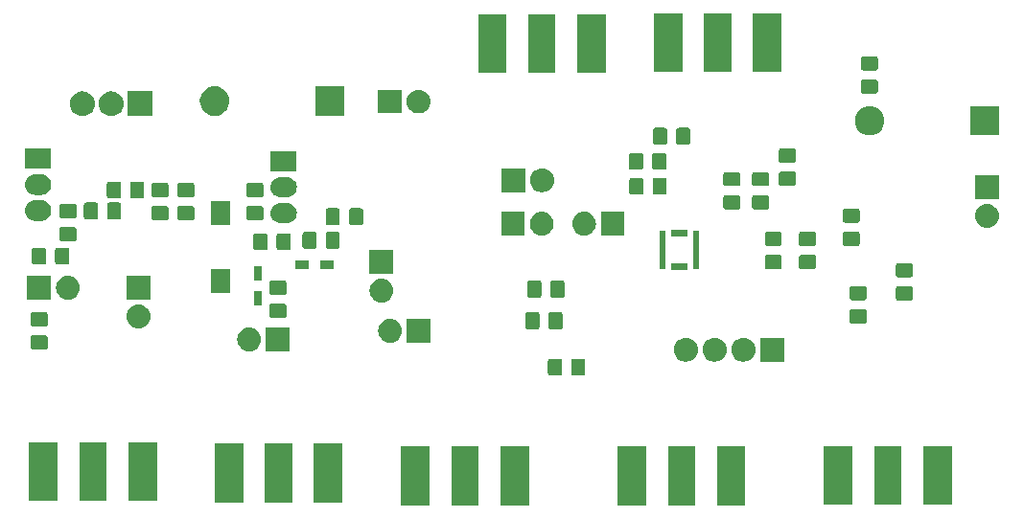
<source format=gts>
G04 #@! TF.GenerationSoftware,KiCad,Pcbnew,(5.0.2)-1*
G04 #@! TF.CreationDate,2019-06-06T20:52:43-07:00*
G04 #@! TF.ProjectId,Complete PLL Board Rev5,436f6d70-6c65-4746-9520-504c4c20426f,rev?*
G04 #@! TF.SameCoordinates,Original*
G04 #@! TF.FileFunction,Soldermask,Top*
G04 #@! TF.FilePolarity,Negative*
%FSLAX46Y46*%
G04 Gerber Fmt 4.6, Leading zero omitted, Abs format (unit mm)*
G04 Created by KiCad (PCBNEW (5.0.2)-1) date 6/6/2019 8:52:43 PM*
%MOMM*%
%LPD*%
G01*
G04 APERTURE LIST*
%ADD10C,0.100000*%
G04 APERTURE END LIST*
D10*
G36*
X163705200Y-121971000D02*
X161183200Y-121971000D01*
X161183200Y-116789000D01*
X163705200Y-116789000D01*
X163705200Y-121971000D01*
X163705200Y-121971000D01*
G37*
G36*
X159260200Y-121971000D02*
X156868200Y-121971000D01*
X156868200Y-116789000D01*
X159260200Y-116789000D01*
X159260200Y-121971000D01*
X159260200Y-121971000D01*
G37*
G36*
X154945200Y-121971000D02*
X152423200Y-121971000D01*
X152423200Y-116789000D01*
X154945200Y-116789000D01*
X154945200Y-121971000D01*
X154945200Y-121971000D01*
G37*
G36*
X144579000Y-121971000D02*
X142057000Y-121971000D01*
X142057000Y-116789000D01*
X144579000Y-116789000D01*
X144579000Y-121971000D01*
X144579000Y-121971000D01*
G37*
G36*
X140134000Y-121971000D02*
X137742000Y-121971000D01*
X137742000Y-116789000D01*
X140134000Y-116789000D01*
X140134000Y-121971000D01*
X140134000Y-121971000D01*
G37*
G36*
X135819000Y-121971000D02*
X133297000Y-121971000D01*
X133297000Y-116789000D01*
X135819000Y-116789000D01*
X135819000Y-121971000D01*
X135819000Y-121971000D01*
G37*
G36*
X177472000Y-121920200D02*
X175080000Y-121920200D01*
X175080000Y-116738200D01*
X177472000Y-116738200D01*
X177472000Y-121920200D01*
X177472000Y-121920200D01*
G37*
G36*
X181917000Y-121920200D02*
X179395000Y-121920200D01*
X179395000Y-116738200D01*
X181917000Y-116738200D01*
X181917000Y-121920200D01*
X181917000Y-121920200D01*
G37*
G36*
X173157000Y-121920200D02*
X170635000Y-121920200D01*
X170635000Y-116738200D01*
X173157000Y-116738200D01*
X173157000Y-121920200D01*
X173157000Y-121920200D01*
G37*
G36*
X123674800Y-121717000D02*
X121282800Y-121717000D01*
X121282800Y-116535000D01*
X123674800Y-116535000D01*
X123674800Y-121717000D01*
X123674800Y-121717000D01*
G37*
G36*
X119359800Y-121717000D02*
X116837800Y-121717000D01*
X116837800Y-116535000D01*
X119359800Y-116535000D01*
X119359800Y-121717000D01*
X119359800Y-121717000D01*
G37*
G36*
X128119800Y-121717000D02*
X125597800Y-121717000D01*
X125597800Y-116535000D01*
X128119800Y-116535000D01*
X128119800Y-121717000D01*
X128119800Y-121717000D01*
G37*
G36*
X111736800Y-121590000D02*
X109214800Y-121590000D01*
X109214800Y-116408000D01*
X111736800Y-116408000D01*
X111736800Y-121590000D01*
X111736800Y-121590000D01*
G37*
G36*
X107291800Y-121590000D02*
X104899800Y-121590000D01*
X104899800Y-116408000D01*
X107291800Y-116408000D01*
X107291800Y-121590000D01*
X107291800Y-121590000D01*
G37*
G36*
X102976800Y-121590000D02*
X100454800Y-121590000D01*
X100454800Y-116408000D01*
X102976800Y-116408000D01*
X102976800Y-121590000D01*
X102976800Y-121590000D01*
G37*
G36*
X149409277Y-109032265D02*
X149446964Y-109043698D01*
X149481703Y-109062266D01*
X149512148Y-109087252D01*
X149537134Y-109117697D01*
X149555702Y-109152436D01*
X149567135Y-109190123D01*
X149571600Y-109235461D01*
X149571600Y-110322139D01*
X149567135Y-110367477D01*
X149555702Y-110405164D01*
X149537134Y-110439903D01*
X149512148Y-110470348D01*
X149481703Y-110495334D01*
X149446964Y-110513902D01*
X149409277Y-110525335D01*
X149363939Y-110529800D01*
X148527261Y-110529800D01*
X148481923Y-110525335D01*
X148444236Y-110513902D01*
X148409497Y-110495334D01*
X148379052Y-110470348D01*
X148354066Y-110439903D01*
X148335498Y-110405164D01*
X148324065Y-110367477D01*
X148319600Y-110322139D01*
X148319600Y-109235461D01*
X148324065Y-109190123D01*
X148335498Y-109152436D01*
X148354066Y-109117697D01*
X148379052Y-109087252D01*
X148409497Y-109062266D01*
X148444236Y-109043698D01*
X148481923Y-109032265D01*
X148527261Y-109027800D01*
X149363939Y-109027800D01*
X149409277Y-109032265D01*
X149409277Y-109032265D01*
G37*
G36*
X147359277Y-109032265D02*
X147396964Y-109043698D01*
X147431703Y-109062266D01*
X147462148Y-109087252D01*
X147487134Y-109117697D01*
X147505702Y-109152436D01*
X147517135Y-109190123D01*
X147521600Y-109235461D01*
X147521600Y-110322139D01*
X147517135Y-110367477D01*
X147505702Y-110405164D01*
X147487134Y-110439903D01*
X147462148Y-110470348D01*
X147431703Y-110495334D01*
X147396964Y-110513902D01*
X147359277Y-110525335D01*
X147313939Y-110529800D01*
X146477261Y-110529800D01*
X146431923Y-110525335D01*
X146394236Y-110513902D01*
X146359497Y-110495334D01*
X146329052Y-110470348D01*
X146304066Y-110439903D01*
X146285498Y-110405164D01*
X146274065Y-110367477D01*
X146269600Y-110322139D01*
X146269600Y-109235461D01*
X146274065Y-109190123D01*
X146285498Y-109152436D01*
X146304066Y-109117697D01*
X146329052Y-109087252D01*
X146359497Y-109062266D01*
X146394236Y-109043698D01*
X146431923Y-109032265D01*
X146477261Y-109027800D01*
X147313939Y-109027800D01*
X147359277Y-109032265D01*
X147359277Y-109032265D01*
G37*
G36*
X167116200Y-109280400D02*
X165014200Y-109280400D01*
X165014200Y-107178400D01*
X167116200Y-107178400D01*
X167116200Y-109280400D01*
X167116200Y-109280400D01*
G37*
G36*
X163593837Y-107180075D02*
X163731232Y-107193607D01*
X163929346Y-107253705D01*
X164111929Y-107351297D01*
X164271965Y-107482635D01*
X164403303Y-107642671D01*
X164500895Y-107825254D01*
X164560993Y-108023368D01*
X164581285Y-108229400D01*
X164560993Y-108435432D01*
X164500895Y-108633546D01*
X164403303Y-108816129D01*
X164271965Y-108976165D01*
X164111929Y-109107503D01*
X163929346Y-109205095D01*
X163731232Y-109265193D01*
X163607710Y-109277359D01*
X163576831Y-109280400D01*
X163473569Y-109280400D01*
X163442690Y-109277359D01*
X163319168Y-109265193D01*
X163121054Y-109205095D01*
X162938471Y-109107503D01*
X162778435Y-108976165D01*
X162647097Y-108816129D01*
X162549505Y-108633546D01*
X162489407Y-108435432D01*
X162469115Y-108229400D01*
X162489407Y-108023368D01*
X162549505Y-107825254D01*
X162647097Y-107642671D01*
X162778435Y-107482635D01*
X162938471Y-107351297D01*
X163121054Y-107253705D01*
X163319168Y-107193607D01*
X163456563Y-107180075D01*
X163473569Y-107178400D01*
X163576831Y-107178400D01*
X163593837Y-107180075D01*
X163593837Y-107180075D01*
G37*
G36*
X161053837Y-107180075D02*
X161191232Y-107193607D01*
X161389346Y-107253705D01*
X161571929Y-107351297D01*
X161731965Y-107482635D01*
X161863303Y-107642671D01*
X161960895Y-107825254D01*
X162020993Y-108023368D01*
X162041285Y-108229400D01*
X162020993Y-108435432D01*
X161960895Y-108633546D01*
X161863303Y-108816129D01*
X161731965Y-108976165D01*
X161571929Y-109107503D01*
X161389346Y-109205095D01*
X161191232Y-109265193D01*
X161067710Y-109277359D01*
X161036831Y-109280400D01*
X160933569Y-109280400D01*
X160902690Y-109277359D01*
X160779168Y-109265193D01*
X160581054Y-109205095D01*
X160398471Y-109107503D01*
X160238435Y-108976165D01*
X160107097Y-108816129D01*
X160009505Y-108633546D01*
X159949407Y-108435432D01*
X159929115Y-108229400D01*
X159949407Y-108023368D01*
X160009505Y-107825254D01*
X160107097Y-107642671D01*
X160238435Y-107482635D01*
X160398471Y-107351297D01*
X160581054Y-107253705D01*
X160779168Y-107193607D01*
X160916563Y-107180075D01*
X160933569Y-107178400D01*
X161036831Y-107178400D01*
X161053837Y-107180075D01*
X161053837Y-107180075D01*
G37*
G36*
X158513837Y-107180075D02*
X158651232Y-107193607D01*
X158849346Y-107253705D01*
X159031929Y-107351297D01*
X159191965Y-107482635D01*
X159323303Y-107642671D01*
X159420895Y-107825254D01*
X159480993Y-108023368D01*
X159501285Y-108229400D01*
X159480993Y-108435432D01*
X159420895Y-108633546D01*
X159323303Y-108816129D01*
X159191965Y-108976165D01*
X159031929Y-109107503D01*
X158849346Y-109205095D01*
X158651232Y-109265193D01*
X158527710Y-109277359D01*
X158496831Y-109280400D01*
X158393569Y-109280400D01*
X158362690Y-109277359D01*
X158239168Y-109265193D01*
X158041054Y-109205095D01*
X157858471Y-109107503D01*
X157698435Y-108976165D01*
X157567097Y-108816129D01*
X157469505Y-108633546D01*
X157409407Y-108435432D01*
X157389115Y-108229400D01*
X157409407Y-108023368D01*
X157469505Y-107825254D01*
X157567097Y-107642671D01*
X157698435Y-107482635D01*
X157858471Y-107351297D01*
X158041054Y-107253705D01*
X158239168Y-107193607D01*
X158376563Y-107180075D01*
X158393569Y-107178400D01*
X158496831Y-107178400D01*
X158513837Y-107180075D01*
X158513837Y-107180075D01*
G37*
G36*
X119970510Y-106267041D02*
X120094032Y-106279207D01*
X120292146Y-106339305D01*
X120474729Y-106436897D01*
X120634765Y-106568235D01*
X120766103Y-106728271D01*
X120863695Y-106910854D01*
X120923793Y-107108968D01*
X120944085Y-107315000D01*
X120923793Y-107521032D01*
X120863695Y-107719146D01*
X120766103Y-107901729D01*
X120634765Y-108061765D01*
X120474729Y-108193103D01*
X120292146Y-108290695D01*
X120094032Y-108350793D01*
X119970510Y-108362959D01*
X119939631Y-108366000D01*
X119836369Y-108366000D01*
X119805490Y-108362959D01*
X119681968Y-108350793D01*
X119483854Y-108290695D01*
X119301271Y-108193103D01*
X119141235Y-108061765D01*
X119009897Y-107901729D01*
X118912305Y-107719146D01*
X118852207Y-107521032D01*
X118831915Y-107315000D01*
X118852207Y-107108968D01*
X118912305Y-106910854D01*
X119009897Y-106728271D01*
X119141235Y-106568235D01*
X119301271Y-106436897D01*
X119483854Y-106339305D01*
X119681968Y-106279207D01*
X119805490Y-106267041D01*
X119836369Y-106264000D01*
X119939631Y-106264000D01*
X119970510Y-106267041D01*
X119970510Y-106267041D01*
G37*
G36*
X123479000Y-108366000D02*
X121377000Y-108366000D01*
X121377000Y-106264000D01*
X123479000Y-106264000D01*
X123479000Y-108366000D01*
X123479000Y-108366000D01*
G37*
G36*
X101934677Y-106965465D02*
X101972364Y-106976898D01*
X102007103Y-106995466D01*
X102037548Y-107020452D01*
X102062534Y-107050897D01*
X102081102Y-107085636D01*
X102092535Y-107123323D01*
X102097000Y-107168661D01*
X102097000Y-108005339D01*
X102092535Y-108050677D01*
X102081102Y-108088364D01*
X102062534Y-108123103D01*
X102037548Y-108153548D01*
X102007103Y-108178534D01*
X101972364Y-108197102D01*
X101934677Y-108208535D01*
X101889339Y-108213000D01*
X100802661Y-108213000D01*
X100757323Y-108208535D01*
X100719636Y-108197102D01*
X100684897Y-108178534D01*
X100654452Y-108153548D01*
X100629466Y-108123103D01*
X100610898Y-108088364D01*
X100599465Y-108050677D01*
X100595000Y-108005339D01*
X100595000Y-107168661D01*
X100599465Y-107123323D01*
X100610898Y-107085636D01*
X100629466Y-107050897D01*
X100654452Y-107020452D01*
X100684897Y-106995466D01*
X100719636Y-106976898D01*
X100757323Y-106965465D01*
X100802661Y-106961000D01*
X101889339Y-106961000D01*
X101934677Y-106965465D01*
X101934677Y-106965465D01*
G37*
G36*
X132416510Y-105505041D02*
X132540032Y-105517207D01*
X132738146Y-105577305D01*
X132920729Y-105674897D01*
X133080765Y-105806235D01*
X133212103Y-105966271D01*
X133309695Y-106148854D01*
X133369793Y-106346968D01*
X133390085Y-106553000D01*
X133369793Y-106759032D01*
X133309695Y-106957146D01*
X133212103Y-107139729D01*
X133080765Y-107299765D01*
X132920729Y-107431103D01*
X132738146Y-107528695D01*
X132540032Y-107588793D01*
X132416510Y-107600959D01*
X132385631Y-107604000D01*
X132282369Y-107604000D01*
X132251490Y-107600959D01*
X132127968Y-107588793D01*
X131929854Y-107528695D01*
X131747271Y-107431103D01*
X131587235Y-107299765D01*
X131455897Y-107139729D01*
X131358305Y-106957146D01*
X131298207Y-106759032D01*
X131277915Y-106553000D01*
X131298207Y-106346968D01*
X131358305Y-106148854D01*
X131455897Y-105966271D01*
X131587235Y-105806235D01*
X131747271Y-105674897D01*
X131929854Y-105577305D01*
X132127968Y-105517207D01*
X132251490Y-105505041D01*
X132282369Y-105502000D01*
X132385631Y-105502000D01*
X132416510Y-105505041D01*
X132416510Y-105505041D01*
G37*
G36*
X135925000Y-107604000D02*
X133823000Y-107604000D01*
X133823000Y-105502000D01*
X135925000Y-105502000D01*
X135925000Y-107604000D01*
X135925000Y-107604000D01*
G37*
G36*
X147402677Y-104917465D02*
X147440364Y-104928898D01*
X147475103Y-104947466D01*
X147505548Y-104972452D01*
X147530534Y-105002897D01*
X147549102Y-105037636D01*
X147560535Y-105075323D01*
X147565000Y-105120661D01*
X147565000Y-106207339D01*
X147560535Y-106252677D01*
X147549102Y-106290364D01*
X147530534Y-106325103D01*
X147505548Y-106355548D01*
X147475103Y-106380534D01*
X147440364Y-106399102D01*
X147402677Y-106410535D01*
X147357339Y-106415000D01*
X146520661Y-106415000D01*
X146475323Y-106410535D01*
X146437636Y-106399102D01*
X146402897Y-106380534D01*
X146372452Y-106355548D01*
X146347466Y-106325103D01*
X146328898Y-106290364D01*
X146317465Y-106252677D01*
X146313000Y-106207339D01*
X146313000Y-105120661D01*
X146317465Y-105075323D01*
X146328898Y-105037636D01*
X146347466Y-105002897D01*
X146372452Y-104972452D01*
X146402897Y-104947466D01*
X146437636Y-104928898D01*
X146475323Y-104917465D01*
X146520661Y-104913000D01*
X147357339Y-104913000D01*
X147402677Y-104917465D01*
X147402677Y-104917465D01*
G37*
G36*
X145352677Y-104917465D02*
X145390364Y-104928898D01*
X145425103Y-104947466D01*
X145455548Y-104972452D01*
X145480534Y-105002897D01*
X145499102Y-105037636D01*
X145510535Y-105075323D01*
X145515000Y-105120661D01*
X145515000Y-106207339D01*
X145510535Y-106252677D01*
X145499102Y-106290364D01*
X145480534Y-106325103D01*
X145455548Y-106355548D01*
X145425103Y-106380534D01*
X145390364Y-106399102D01*
X145352677Y-106410535D01*
X145307339Y-106415000D01*
X144470661Y-106415000D01*
X144425323Y-106410535D01*
X144387636Y-106399102D01*
X144352897Y-106380534D01*
X144322452Y-106355548D01*
X144297466Y-106325103D01*
X144278898Y-106290364D01*
X144267465Y-106252677D01*
X144263000Y-106207339D01*
X144263000Y-105120661D01*
X144267465Y-105075323D01*
X144278898Y-105037636D01*
X144297466Y-105002897D01*
X144322452Y-104972452D01*
X144352897Y-104947466D01*
X144387636Y-104928898D01*
X144425323Y-104917465D01*
X144470661Y-104913000D01*
X145307339Y-104913000D01*
X145352677Y-104917465D01*
X145352677Y-104917465D01*
G37*
G36*
X110191510Y-104235041D02*
X110315032Y-104247207D01*
X110513146Y-104307305D01*
X110695729Y-104404897D01*
X110855765Y-104536235D01*
X110987103Y-104696271D01*
X111084695Y-104878854D01*
X111144793Y-105076968D01*
X111165085Y-105283000D01*
X111144793Y-105489032D01*
X111084695Y-105687146D01*
X110987103Y-105869729D01*
X110855765Y-106029765D01*
X110695729Y-106161103D01*
X110513146Y-106258695D01*
X110315032Y-106318793D01*
X110191510Y-106330959D01*
X110160631Y-106334000D01*
X110057369Y-106334000D01*
X110026490Y-106330959D01*
X109902968Y-106318793D01*
X109704854Y-106258695D01*
X109522271Y-106161103D01*
X109362235Y-106029765D01*
X109230897Y-105869729D01*
X109133305Y-105687146D01*
X109073207Y-105489032D01*
X109052915Y-105283000D01*
X109073207Y-105076968D01*
X109133305Y-104878854D01*
X109230897Y-104696271D01*
X109362235Y-104536235D01*
X109522271Y-104404897D01*
X109704854Y-104307305D01*
X109902968Y-104247207D01*
X110026490Y-104235041D01*
X110057369Y-104232000D01*
X110160631Y-104232000D01*
X110191510Y-104235041D01*
X110191510Y-104235041D01*
G37*
G36*
X101934677Y-104915465D02*
X101972364Y-104926898D01*
X102007103Y-104945466D01*
X102037548Y-104970452D01*
X102062534Y-105000897D01*
X102081102Y-105035636D01*
X102092535Y-105073323D01*
X102097000Y-105118661D01*
X102097000Y-105955339D01*
X102092535Y-106000677D01*
X102081102Y-106038364D01*
X102062534Y-106073103D01*
X102037548Y-106103548D01*
X102007103Y-106128534D01*
X101972364Y-106147102D01*
X101934677Y-106158535D01*
X101889339Y-106163000D01*
X100802661Y-106163000D01*
X100757323Y-106158535D01*
X100719636Y-106147102D01*
X100684897Y-106128534D01*
X100654452Y-106103548D01*
X100629466Y-106073103D01*
X100610898Y-106038364D01*
X100599465Y-106000677D01*
X100595000Y-105955339D01*
X100595000Y-105118661D01*
X100599465Y-105073323D01*
X100610898Y-105035636D01*
X100629466Y-105000897D01*
X100654452Y-104970452D01*
X100684897Y-104945466D01*
X100719636Y-104926898D01*
X100757323Y-104915465D01*
X100802661Y-104911000D01*
X101889339Y-104911000D01*
X101934677Y-104915465D01*
X101934677Y-104915465D01*
G37*
G36*
X174248477Y-104654065D02*
X174286164Y-104665498D01*
X174320903Y-104684066D01*
X174351348Y-104709052D01*
X174376334Y-104739497D01*
X174394902Y-104774236D01*
X174406335Y-104811923D01*
X174410800Y-104857261D01*
X174410800Y-105693939D01*
X174406335Y-105739277D01*
X174394902Y-105776964D01*
X174376334Y-105811703D01*
X174351348Y-105842148D01*
X174320903Y-105867134D01*
X174286164Y-105885702D01*
X174248477Y-105897135D01*
X174203139Y-105901600D01*
X173116461Y-105901600D01*
X173071123Y-105897135D01*
X173033436Y-105885702D01*
X172998697Y-105867134D01*
X172968252Y-105842148D01*
X172943266Y-105811703D01*
X172924698Y-105776964D01*
X172913265Y-105739277D01*
X172908800Y-105693939D01*
X172908800Y-104857261D01*
X172913265Y-104811923D01*
X172924698Y-104774236D01*
X172943266Y-104739497D01*
X172968252Y-104709052D01*
X172998697Y-104684066D01*
X173033436Y-104665498D01*
X173071123Y-104654065D01*
X173116461Y-104649600D01*
X174203139Y-104649600D01*
X174248477Y-104654065D01*
X174248477Y-104654065D01*
G37*
G36*
X123016677Y-104171465D02*
X123054364Y-104182898D01*
X123089103Y-104201466D01*
X123119548Y-104226452D01*
X123144534Y-104256897D01*
X123163102Y-104291636D01*
X123174535Y-104329323D01*
X123179000Y-104374661D01*
X123179000Y-105211339D01*
X123174535Y-105256677D01*
X123163102Y-105294364D01*
X123144534Y-105329103D01*
X123119548Y-105359548D01*
X123089103Y-105384534D01*
X123054364Y-105403102D01*
X123016677Y-105414535D01*
X122971339Y-105419000D01*
X121884661Y-105419000D01*
X121839323Y-105414535D01*
X121801636Y-105403102D01*
X121766897Y-105384534D01*
X121736452Y-105359548D01*
X121711466Y-105329103D01*
X121692898Y-105294364D01*
X121681465Y-105256677D01*
X121677000Y-105211339D01*
X121677000Y-104374661D01*
X121681465Y-104329323D01*
X121692898Y-104291636D01*
X121711466Y-104256897D01*
X121736452Y-104226452D01*
X121766897Y-104201466D01*
X121801636Y-104182898D01*
X121839323Y-104171465D01*
X121884661Y-104167000D01*
X122971339Y-104167000D01*
X123016677Y-104171465D01*
X123016677Y-104171465D01*
G37*
G36*
X121001000Y-104274000D02*
X120299000Y-104274000D01*
X120299000Y-103072000D01*
X121001000Y-103072000D01*
X121001000Y-104274000D01*
X121001000Y-104274000D01*
G37*
G36*
X131654510Y-101949041D02*
X131778032Y-101961207D01*
X131976146Y-102021305D01*
X132158729Y-102118897D01*
X132318765Y-102250235D01*
X132450103Y-102410271D01*
X132547695Y-102592854D01*
X132607793Y-102790968D01*
X132628085Y-102997000D01*
X132607793Y-103203032D01*
X132547695Y-103401146D01*
X132450103Y-103583729D01*
X132318765Y-103743765D01*
X132158729Y-103875103D01*
X131976146Y-103972695D01*
X131778032Y-104032793D01*
X131654510Y-104044959D01*
X131623631Y-104048000D01*
X131520369Y-104048000D01*
X131489490Y-104044959D01*
X131365968Y-104032793D01*
X131167854Y-103972695D01*
X130985271Y-103875103D01*
X130825235Y-103743765D01*
X130693897Y-103583729D01*
X130596305Y-103401146D01*
X130536207Y-103203032D01*
X130515915Y-102997000D01*
X130536207Y-102790968D01*
X130596305Y-102592854D01*
X130693897Y-102410271D01*
X130825235Y-102250235D01*
X130985271Y-102118897D01*
X131167854Y-102021305D01*
X131365968Y-101961207D01*
X131489490Y-101949041D01*
X131520369Y-101946000D01*
X131623631Y-101946000D01*
X131654510Y-101949041D01*
X131654510Y-101949041D01*
G37*
G36*
X178337877Y-102622065D02*
X178375564Y-102633498D01*
X178410303Y-102652066D01*
X178440748Y-102677052D01*
X178465734Y-102707497D01*
X178484302Y-102742236D01*
X178495735Y-102779923D01*
X178500200Y-102825261D01*
X178500200Y-103661939D01*
X178495735Y-103707277D01*
X178484302Y-103744964D01*
X178465734Y-103779703D01*
X178440748Y-103810148D01*
X178410303Y-103835134D01*
X178375564Y-103853702D01*
X178337877Y-103865135D01*
X178292539Y-103869600D01*
X177205861Y-103869600D01*
X177160523Y-103865135D01*
X177122836Y-103853702D01*
X177088097Y-103835134D01*
X177057652Y-103810148D01*
X177032666Y-103779703D01*
X177014098Y-103744964D01*
X177002665Y-103707277D01*
X176998200Y-103661939D01*
X176998200Y-102825261D01*
X177002665Y-102779923D01*
X177014098Y-102742236D01*
X177032666Y-102707497D01*
X177057652Y-102677052D01*
X177088097Y-102652066D01*
X177122836Y-102633498D01*
X177160523Y-102622065D01*
X177205861Y-102617600D01*
X178292539Y-102617600D01*
X178337877Y-102622065D01*
X178337877Y-102622065D01*
G37*
G36*
X174248477Y-102604065D02*
X174286164Y-102615498D01*
X174320903Y-102634066D01*
X174351348Y-102659052D01*
X174376334Y-102689497D01*
X174394902Y-102724236D01*
X174406335Y-102761923D01*
X174410800Y-102807261D01*
X174410800Y-103643939D01*
X174406335Y-103689277D01*
X174394902Y-103726964D01*
X174376334Y-103761703D01*
X174351348Y-103792148D01*
X174320903Y-103817134D01*
X174286164Y-103835702D01*
X174248477Y-103847135D01*
X174203139Y-103851600D01*
X173116461Y-103851600D01*
X173071123Y-103847135D01*
X173033436Y-103835702D01*
X172998697Y-103817134D01*
X172968252Y-103792148D01*
X172943266Y-103761703D01*
X172924698Y-103726964D01*
X172913265Y-103689277D01*
X172908800Y-103643939D01*
X172908800Y-102807261D01*
X172913265Y-102761923D01*
X172924698Y-102724236D01*
X172943266Y-102689497D01*
X172968252Y-102659052D01*
X172998697Y-102634066D01*
X173033436Y-102615498D01*
X173071123Y-102604065D01*
X173116461Y-102599600D01*
X174203139Y-102599600D01*
X174248477Y-102604065D01*
X174248477Y-102604065D01*
G37*
G36*
X102397000Y-103794000D02*
X100295000Y-103794000D01*
X100295000Y-101692000D01*
X102397000Y-101692000D01*
X102397000Y-103794000D01*
X102397000Y-103794000D01*
G37*
G36*
X111160000Y-103794000D02*
X109058000Y-103794000D01*
X109058000Y-101692000D01*
X111160000Y-101692000D01*
X111160000Y-103794000D01*
X111160000Y-103794000D01*
G37*
G36*
X103967725Y-101694964D02*
X104092032Y-101707207D01*
X104290146Y-101767305D01*
X104472729Y-101864897D01*
X104632765Y-101996235D01*
X104764103Y-102156271D01*
X104861695Y-102338854D01*
X104921793Y-102536968D01*
X104942085Y-102743000D01*
X104921793Y-102949032D01*
X104861695Y-103147146D01*
X104764103Y-103329729D01*
X104632765Y-103489765D01*
X104472729Y-103621103D01*
X104290146Y-103718695D01*
X104092032Y-103778793D01*
X103979441Y-103789882D01*
X103937631Y-103794000D01*
X103834369Y-103794000D01*
X103792559Y-103789882D01*
X103679968Y-103778793D01*
X103481854Y-103718695D01*
X103299271Y-103621103D01*
X103139235Y-103489765D01*
X103007897Y-103329729D01*
X102910305Y-103147146D01*
X102850207Y-102949032D01*
X102829915Y-102743000D01*
X102850207Y-102536968D01*
X102910305Y-102338854D01*
X103007897Y-102156271D01*
X103139235Y-101996235D01*
X103299271Y-101864897D01*
X103481854Y-101767305D01*
X103679968Y-101707207D01*
X103804275Y-101694964D01*
X103834369Y-101692000D01*
X103937631Y-101692000D01*
X103967725Y-101694964D01*
X103967725Y-101694964D01*
G37*
G36*
X147580477Y-102123465D02*
X147618164Y-102134898D01*
X147652903Y-102153466D01*
X147683348Y-102178452D01*
X147708334Y-102208897D01*
X147726902Y-102243636D01*
X147738335Y-102281323D01*
X147742800Y-102326661D01*
X147742800Y-103413339D01*
X147738335Y-103458677D01*
X147726902Y-103496364D01*
X147708334Y-103531103D01*
X147683348Y-103561548D01*
X147652903Y-103586534D01*
X147618164Y-103605102D01*
X147580477Y-103616535D01*
X147535139Y-103621000D01*
X146698461Y-103621000D01*
X146653123Y-103616535D01*
X146615436Y-103605102D01*
X146580697Y-103586534D01*
X146550252Y-103561548D01*
X146525266Y-103531103D01*
X146506698Y-103496364D01*
X146495265Y-103458677D01*
X146490800Y-103413339D01*
X146490800Y-102326661D01*
X146495265Y-102281323D01*
X146506698Y-102243636D01*
X146525266Y-102208897D01*
X146550252Y-102178452D01*
X146580697Y-102153466D01*
X146615436Y-102134898D01*
X146653123Y-102123465D01*
X146698461Y-102119000D01*
X147535139Y-102119000D01*
X147580477Y-102123465D01*
X147580477Y-102123465D01*
G37*
G36*
X145530477Y-102123465D02*
X145568164Y-102134898D01*
X145602903Y-102153466D01*
X145633348Y-102178452D01*
X145658334Y-102208897D01*
X145676902Y-102243636D01*
X145688335Y-102281323D01*
X145692800Y-102326661D01*
X145692800Y-103413339D01*
X145688335Y-103458677D01*
X145676902Y-103496364D01*
X145658334Y-103531103D01*
X145633348Y-103561548D01*
X145602903Y-103586534D01*
X145568164Y-103605102D01*
X145530477Y-103616535D01*
X145485139Y-103621000D01*
X144648461Y-103621000D01*
X144603123Y-103616535D01*
X144565436Y-103605102D01*
X144530697Y-103586534D01*
X144500252Y-103561548D01*
X144475266Y-103531103D01*
X144456698Y-103496364D01*
X144445265Y-103458677D01*
X144440800Y-103413339D01*
X144440800Y-102326661D01*
X144445265Y-102281323D01*
X144456698Y-102243636D01*
X144475266Y-102208897D01*
X144500252Y-102178452D01*
X144530697Y-102153466D01*
X144565436Y-102134898D01*
X144603123Y-102123465D01*
X144648461Y-102119000D01*
X145485139Y-102119000D01*
X145530477Y-102123465D01*
X145530477Y-102123465D01*
G37*
G36*
X123016677Y-102121465D02*
X123054364Y-102132898D01*
X123089103Y-102151466D01*
X123119548Y-102176452D01*
X123144534Y-102206897D01*
X123163102Y-102241636D01*
X123174535Y-102279323D01*
X123179000Y-102324661D01*
X123179000Y-103161339D01*
X123174535Y-103206677D01*
X123163102Y-103244364D01*
X123144534Y-103279103D01*
X123119548Y-103309548D01*
X123089103Y-103334534D01*
X123054364Y-103353102D01*
X123016677Y-103364535D01*
X122971339Y-103369000D01*
X121884661Y-103369000D01*
X121839323Y-103364535D01*
X121801636Y-103353102D01*
X121766897Y-103334534D01*
X121736452Y-103309548D01*
X121711466Y-103279103D01*
X121692898Y-103244364D01*
X121681465Y-103206677D01*
X121677000Y-103161339D01*
X121677000Y-102324661D01*
X121681465Y-102279323D01*
X121692898Y-102241636D01*
X121711466Y-102206897D01*
X121736452Y-102176452D01*
X121766897Y-102151466D01*
X121801636Y-102132898D01*
X121839323Y-102121465D01*
X121884661Y-102117000D01*
X122971339Y-102117000D01*
X123016677Y-102121465D01*
X123016677Y-102121465D01*
G37*
G36*
X118199000Y-103190000D02*
X116497000Y-103190000D01*
X116497000Y-101088000D01*
X118199000Y-101088000D01*
X118199000Y-103190000D01*
X118199000Y-103190000D01*
G37*
G36*
X121001000Y-102074000D02*
X120299000Y-102074000D01*
X120299000Y-100872000D01*
X121001000Y-100872000D01*
X121001000Y-102074000D01*
X121001000Y-102074000D01*
G37*
G36*
X178337877Y-100572065D02*
X178375564Y-100583498D01*
X178410303Y-100602066D01*
X178440748Y-100627052D01*
X178465734Y-100657497D01*
X178484302Y-100692236D01*
X178495735Y-100729923D01*
X178500200Y-100775261D01*
X178500200Y-101611939D01*
X178495735Y-101657277D01*
X178484302Y-101694964D01*
X178465734Y-101729703D01*
X178440748Y-101760148D01*
X178410303Y-101785134D01*
X178375564Y-101803702D01*
X178337877Y-101815135D01*
X178292539Y-101819600D01*
X177205861Y-101819600D01*
X177160523Y-101815135D01*
X177122836Y-101803702D01*
X177088097Y-101785134D01*
X177057652Y-101760148D01*
X177032666Y-101729703D01*
X177014098Y-101694964D01*
X177002665Y-101657277D01*
X176998200Y-101611939D01*
X176998200Y-100775261D01*
X177002665Y-100729923D01*
X177014098Y-100692236D01*
X177032666Y-100657497D01*
X177057652Y-100627052D01*
X177088097Y-100602066D01*
X177122836Y-100583498D01*
X177160523Y-100572065D01*
X177205861Y-100567600D01*
X178292539Y-100567600D01*
X178337877Y-100572065D01*
X178337877Y-100572065D01*
G37*
G36*
X132623000Y-101508000D02*
X130521000Y-101508000D01*
X130521000Y-99406000D01*
X132623000Y-99406000D01*
X132623000Y-101508000D01*
X132623000Y-101508000D01*
G37*
G36*
X158585600Y-101141200D02*
X157183600Y-101141200D01*
X157183600Y-100589200D01*
X158585600Y-100589200D01*
X158585600Y-101141200D01*
X158585600Y-101141200D01*
G37*
G36*
X169778077Y-99853465D02*
X169815764Y-99864898D01*
X169850503Y-99883466D01*
X169880948Y-99908452D01*
X169905934Y-99938897D01*
X169924502Y-99973636D01*
X169935935Y-100011323D01*
X169940400Y-100056661D01*
X169940400Y-100893339D01*
X169935935Y-100938677D01*
X169924502Y-100976364D01*
X169905934Y-101011103D01*
X169880948Y-101041548D01*
X169850503Y-101066534D01*
X169815764Y-101085102D01*
X169778077Y-101096535D01*
X169732739Y-101101000D01*
X168646061Y-101101000D01*
X168600723Y-101096535D01*
X168563036Y-101085102D01*
X168528297Y-101066534D01*
X168497852Y-101041548D01*
X168472866Y-101011103D01*
X168454298Y-100976364D01*
X168442865Y-100938677D01*
X168438400Y-100893339D01*
X168438400Y-100056661D01*
X168442865Y-100011323D01*
X168454298Y-99973636D01*
X168472866Y-99938897D01*
X168497852Y-99908452D01*
X168528297Y-99883466D01*
X168563036Y-99864898D01*
X168600723Y-99853465D01*
X168646061Y-99849000D01*
X169732739Y-99849000D01*
X169778077Y-99853465D01*
X169778077Y-99853465D01*
G37*
G36*
X166755477Y-99853465D02*
X166793164Y-99864898D01*
X166827903Y-99883466D01*
X166858348Y-99908452D01*
X166883334Y-99938897D01*
X166901902Y-99973636D01*
X166913335Y-100011323D01*
X166917800Y-100056661D01*
X166917800Y-100893339D01*
X166913335Y-100938677D01*
X166901902Y-100976364D01*
X166883334Y-101011103D01*
X166858348Y-101041548D01*
X166827903Y-101066534D01*
X166793164Y-101085102D01*
X166755477Y-101096535D01*
X166710139Y-101101000D01*
X165623461Y-101101000D01*
X165578123Y-101096535D01*
X165540436Y-101085102D01*
X165505697Y-101066534D01*
X165475252Y-101041548D01*
X165450266Y-101011103D01*
X165431698Y-100976364D01*
X165420265Y-100938677D01*
X165415800Y-100893339D01*
X165415800Y-100056661D01*
X165420265Y-100011323D01*
X165431698Y-99973636D01*
X165450266Y-99938897D01*
X165475252Y-99908452D01*
X165505697Y-99883466D01*
X165540436Y-99864898D01*
X165578123Y-99853465D01*
X165623461Y-99849000D01*
X166710139Y-99849000D01*
X166755477Y-99853465D01*
X166755477Y-99853465D01*
G37*
G36*
X156685600Y-101091200D02*
X156133600Y-101091200D01*
X156133600Y-97689200D01*
X156685600Y-97689200D01*
X156685600Y-101091200D01*
X156685600Y-101091200D01*
G37*
G36*
X159635600Y-101091200D02*
X159083600Y-101091200D01*
X159083600Y-97689200D01*
X159635600Y-97689200D01*
X159635600Y-101091200D01*
X159635600Y-101091200D01*
G37*
G36*
X127347000Y-101062000D02*
X126145000Y-101062000D01*
X126145000Y-100360000D01*
X127347000Y-100360000D01*
X127347000Y-101062000D01*
X127347000Y-101062000D01*
G37*
G36*
X125147000Y-101062000D02*
X123945000Y-101062000D01*
X123945000Y-100360000D01*
X125147000Y-100360000D01*
X125147000Y-101062000D01*
X125147000Y-101062000D01*
G37*
G36*
X103841677Y-99202465D02*
X103879364Y-99213898D01*
X103914103Y-99232466D01*
X103944548Y-99257452D01*
X103969534Y-99287897D01*
X103988102Y-99322636D01*
X103999535Y-99360323D01*
X104004000Y-99405661D01*
X104004000Y-100492339D01*
X103999535Y-100537677D01*
X103988102Y-100575364D01*
X103969534Y-100610103D01*
X103944548Y-100640548D01*
X103914103Y-100665534D01*
X103879364Y-100684102D01*
X103841677Y-100695535D01*
X103796339Y-100700000D01*
X102959661Y-100700000D01*
X102914323Y-100695535D01*
X102876636Y-100684102D01*
X102841897Y-100665534D01*
X102811452Y-100640548D01*
X102786466Y-100610103D01*
X102767898Y-100575364D01*
X102756465Y-100537677D01*
X102752000Y-100492339D01*
X102752000Y-99405661D01*
X102756465Y-99360323D01*
X102767898Y-99322636D01*
X102786466Y-99287897D01*
X102811452Y-99257452D01*
X102841897Y-99232466D01*
X102876636Y-99213898D01*
X102914323Y-99202465D01*
X102959661Y-99198000D01*
X103796339Y-99198000D01*
X103841677Y-99202465D01*
X103841677Y-99202465D01*
G37*
G36*
X101791677Y-99202465D02*
X101829364Y-99213898D01*
X101864103Y-99232466D01*
X101894548Y-99257452D01*
X101919534Y-99287897D01*
X101938102Y-99322636D01*
X101949535Y-99360323D01*
X101954000Y-99405661D01*
X101954000Y-100492339D01*
X101949535Y-100537677D01*
X101938102Y-100575364D01*
X101919534Y-100610103D01*
X101894548Y-100640548D01*
X101864103Y-100665534D01*
X101829364Y-100684102D01*
X101791677Y-100695535D01*
X101746339Y-100700000D01*
X100909661Y-100700000D01*
X100864323Y-100695535D01*
X100826636Y-100684102D01*
X100791897Y-100665534D01*
X100761452Y-100640548D01*
X100736466Y-100610103D01*
X100717898Y-100575364D01*
X100706465Y-100537677D01*
X100702000Y-100492339D01*
X100702000Y-99405661D01*
X100706465Y-99360323D01*
X100717898Y-99322636D01*
X100736466Y-99287897D01*
X100761452Y-99257452D01*
X100791897Y-99232466D01*
X100826636Y-99213898D01*
X100864323Y-99202465D01*
X100909661Y-99198000D01*
X101746339Y-99198000D01*
X101791677Y-99202465D01*
X101791677Y-99202465D01*
G37*
G36*
X121349677Y-97932465D02*
X121387364Y-97943898D01*
X121422103Y-97962466D01*
X121452548Y-97987452D01*
X121477534Y-98017897D01*
X121496102Y-98052636D01*
X121507535Y-98090323D01*
X121512000Y-98135661D01*
X121512000Y-99222339D01*
X121507535Y-99267677D01*
X121496102Y-99305364D01*
X121477534Y-99340103D01*
X121452548Y-99370548D01*
X121422103Y-99395534D01*
X121387364Y-99414102D01*
X121349677Y-99425535D01*
X121304339Y-99430000D01*
X120467661Y-99430000D01*
X120422323Y-99425535D01*
X120384636Y-99414102D01*
X120349897Y-99395534D01*
X120319452Y-99370548D01*
X120294466Y-99340103D01*
X120275898Y-99305364D01*
X120264465Y-99267677D01*
X120260000Y-99222339D01*
X120260000Y-98135661D01*
X120264465Y-98090323D01*
X120275898Y-98052636D01*
X120294466Y-98017897D01*
X120319452Y-97987452D01*
X120349897Y-97962466D01*
X120384636Y-97943898D01*
X120422323Y-97932465D01*
X120467661Y-97928000D01*
X121304339Y-97928000D01*
X121349677Y-97932465D01*
X121349677Y-97932465D01*
G37*
G36*
X123399677Y-97932465D02*
X123437364Y-97943898D01*
X123472103Y-97962466D01*
X123502548Y-97987452D01*
X123527534Y-98017897D01*
X123546102Y-98052636D01*
X123557535Y-98090323D01*
X123562000Y-98135661D01*
X123562000Y-99222339D01*
X123557535Y-99267677D01*
X123546102Y-99305364D01*
X123527534Y-99340103D01*
X123502548Y-99370548D01*
X123472103Y-99395534D01*
X123437364Y-99414102D01*
X123399677Y-99425535D01*
X123354339Y-99430000D01*
X122517661Y-99430000D01*
X122472323Y-99425535D01*
X122434636Y-99414102D01*
X122399897Y-99395534D01*
X122369452Y-99370548D01*
X122344466Y-99340103D01*
X122325898Y-99305364D01*
X122314465Y-99267677D01*
X122310000Y-99222339D01*
X122310000Y-98135661D01*
X122314465Y-98090323D01*
X122325898Y-98052636D01*
X122344466Y-98017897D01*
X122369452Y-97987452D01*
X122399897Y-97962466D01*
X122434636Y-97943898D01*
X122472323Y-97932465D01*
X122517661Y-97928000D01*
X123354339Y-97928000D01*
X123399677Y-97932465D01*
X123399677Y-97932465D01*
G37*
G36*
X127735677Y-97805465D02*
X127773364Y-97816898D01*
X127808103Y-97835466D01*
X127838548Y-97860452D01*
X127863534Y-97890897D01*
X127882102Y-97925636D01*
X127893535Y-97963323D01*
X127898000Y-98008661D01*
X127898000Y-99095339D01*
X127893535Y-99140677D01*
X127882102Y-99178364D01*
X127863534Y-99213103D01*
X127838548Y-99243548D01*
X127808103Y-99268534D01*
X127773364Y-99287102D01*
X127735677Y-99298535D01*
X127690339Y-99303000D01*
X126853661Y-99303000D01*
X126808323Y-99298535D01*
X126770636Y-99287102D01*
X126735897Y-99268534D01*
X126705452Y-99243548D01*
X126680466Y-99213103D01*
X126661898Y-99178364D01*
X126650465Y-99140677D01*
X126646000Y-99095339D01*
X126646000Y-98008661D01*
X126650465Y-97963323D01*
X126661898Y-97925636D01*
X126680466Y-97890897D01*
X126705452Y-97860452D01*
X126735897Y-97835466D01*
X126770636Y-97816898D01*
X126808323Y-97805465D01*
X126853661Y-97801000D01*
X127690339Y-97801000D01*
X127735677Y-97805465D01*
X127735677Y-97805465D01*
G37*
G36*
X125685677Y-97805465D02*
X125723364Y-97816898D01*
X125758103Y-97835466D01*
X125788548Y-97860452D01*
X125813534Y-97890897D01*
X125832102Y-97925636D01*
X125843535Y-97963323D01*
X125848000Y-98008661D01*
X125848000Y-99095339D01*
X125843535Y-99140677D01*
X125832102Y-99178364D01*
X125813534Y-99213103D01*
X125788548Y-99243548D01*
X125758103Y-99268534D01*
X125723364Y-99287102D01*
X125685677Y-99298535D01*
X125640339Y-99303000D01*
X124803661Y-99303000D01*
X124758323Y-99298535D01*
X124720636Y-99287102D01*
X124685897Y-99268534D01*
X124655452Y-99243548D01*
X124630466Y-99213103D01*
X124611898Y-99178364D01*
X124600465Y-99140677D01*
X124596000Y-99095339D01*
X124596000Y-98008661D01*
X124600465Y-97963323D01*
X124611898Y-97925636D01*
X124630466Y-97890897D01*
X124655452Y-97860452D01*
X124685897Y-97835466D01*
X124720636Y-97816898D01*
X124758323Y-97805465D01*
X124803661Y-97801000D01*
X125640339Y-97801000D01*
X125685677Y-97805465D01*
X125685677Y-97805465D01*
G37*
G36*
X166755477Y-97803465D02*
X166793164Y-97814898D01*
X166827903Y-97833466D01*
X166858348Y-97858452D01*
X166883334Y-97888897D01*
X166901902Y-97923636D01*
X166913335Y-97961323D01*
X166917800Y-98006661D01*
X166917800Y-98843339D01*
X166913335Y-98888677D01*
X166901902Y-98926364D01*
X166883334Y-98961103D01*
X166858348Y-98991548D01*
X166827903Y-99016534D01*
X166793164Y-99035102D01*
X166755477Y-99046535D01*
X166710139Y-99051000D01*
X165623461Y-99051000D01*
X165578123Y-99046535D01*
X165540436Y-99035102D01*
X165505697Y-99016534D01*
X165475252Y-98991548D01*
X165450266Y-98961103D01*
X165431698Y-98926364D01*
X165420265Y-98888677D01*
X165415800Y-98843339D01*
X165415800Y-98006661D01*
X165420265Y-97961323D01*
X165431698Y-97923636D01*
X165450266Y-97888897D01*
X165475252Y-97858452D01*
X165505697Y-97833466D01*
X165540436Y-97814898D01*
X165578123Y-97803465D01*
X165623461Y-97799000D01*
X166710139Y-97799000D01*
X166755477Y-97803465D01*
X166755477Y-97803465D01*
G37*
G36*
X169778077Y-97803465D02*
X169815764Y-97814898D01*
X169850503Y-97833466D01*
X169880948Y-97858452D01*
X169905934Y-97888897D01*
X169924502Y-97923636D01*
X169935935Y-97961323D01*
X169940400Y-98006661D01*
X169940400Y-98843339D01*
X169935935Y-98888677D01*
X169924502Y-98926364D01*
X169905934Y-98961103D01*
X169880948Y-98991548D01*
X169850503Y-99016534D01*
X169815764Y-99035102D01*
X169778077Y-99046535D01*
X169732739Y-99051000D01*
X168646061Y-99051000D01*
X168600723Y-99046535D01*
X168563036Y-99035102D01*
X168528297Y-99016534D01*
X168497852Y-98991548D01*
X168472866Y-98961103D01*
X168454298Y-98926364D01*
X168442865Y-98888677D01*
X168438400Y-98843339D01*
X168438400Y-98006661D01*
X168442865Y-97961323D01*
X168454298Y-97923636D01*
X168472866Y-97888897D01*
X168497852Y-97858452D01*
X168528297Y-97833466D01*
X168563036Y-97814898D01*
X168600723Y-97803465D01*
X168646061Y-97799000D01*
X169732739Y-97799000D01*
X169778077Y-97803465D01*
X169778077Y-97803465D01*
G37*
G36*
X173638877Y-97796065D02*
X173676564Y-97807498D01*
X173711303Y-97826066D01*
X173741748Y-97851052D01*
X173766734Y-97881497D01*
X173785302Y-97916236D01*
X173796735Y-97953923D01*
X173801200Y-97999261D01*
X173801200Y-98835939D01*
X173796735Y-98881277D01*
X173785302Y-98918964D01*
X173766734Y-98953703D01*
X173741748Y-98984148D01*
X173711303Y-99009134D01*
X173676564Y-99027702D01*
X173638877Y-99039135D01*
X173593539Y-99043600D01*
X172506861Y-99043600D01*
X172461523Y-99039135D01*
X172423836Y-99027702D01*
X172389097Y-99009134D01*
X172358652Y-98984148D01*
X172333666Y-98953703D01*
X172315098Y-98918964D01*
X172303665Y-98881277D01*
X172299200Y-98835939D01*
X172299200Y-97999261D01*
X172303665Y-97953923D01*
X172315098Y-97916236D01*
X172333666Y-97881497D01*
X172358652Y-97851052D01*
X172389097Y-97826066D01*
X172423836Y-97807498D01*
X172461523Y-97796065D01*
X172506861Y-97791600D01*
X173593539Y-97791600D01*
X173638877Y-97796065D01*
X173638877Y-97796065D01*
G37*
G36*
X104474677Y-97389665D02*
X104512364Y-97401098D01*
X104547103Y-97419666D01*
X104577548Y-97444652D01*
X104602534Y-97475097D01*
X104621102Y-97509836D01*
X104632535Y-97547523D01*
X104637000Y-97592861D01*
X104637000Y-98429539D01*
X104632535Y-98474877D01*
X104621102Y-98512564D01*
X104602534Y-98547303D01*
X104577548Y-98577748D01*
X104547103Y-98602734D01*
X104512364Y-98621302D01*
X104474677Y-98632735D01*
X104429339Y-98637200D01*
X103342661Y-98637200D01*
X103297323Y-98632735D01*
X103259636Y-98621302D01*
X103224897Y-98602734D01*
X103194452Y-98577748D01*
X103169466Y-98547303D01*
X103150898Y-98512564D01*
X103139465Y-98474877D01*
X103135000Y-98429539D01*
X103135000Y-97592861D01*
X103139465Y-97547523D01*
X103150898Y-97509836D01*
X103169466Y-97475097D01*
X103194452Y-97444652D01*
X103224897Y-97419666D01*
X103259636Y-97401098D01*
X103297323Y-97389665D01*
X103342661Y-97385200D01*
X104429339Y-97385200D01*
X104474677Y-97389665D01*
X104474677Y-97389665D01*
G37*
G36*
X158585600Y-98191200D02*
X157183600Y-98191200D01*
X157183600Y-97639200D01*
X158585600Y-97639200D01*
X158585600Y-98191200D01*
X158585600Y-98191200D01*
G37*
G36*
X145802310Y-96030841D02*
X145925832Y-96043007D01*
X146123946Y-96103105D01*
X146306529Y-96200697D01*
X146466565Y-96332035D01*
X146597903Y-96492071D01*
X146695495Y-96674654D01*
X146755593Y-96872768D01*
X146775885Y-97078800D01*
X146755593Y-97284832D01*
X146695495Y-97482946D01*
X146597903Y-97665529D01*
X146466565Y-97825565D01*
X146306529Y-97956903D01*
X146123946Y-98054495D01*
X145925832Y-98114593D01*
X145802310Y-98126759D01*
X145771431Y-98129800D01*
X145668169Y-98129800D01*
X145637290Y-98126759D01*
X145513768Y-98114593D01*
X145315654Y-98054495D01*
X145133071Y-97956903D01*
X144973035Y-97825565D01*
X144841697Y-97665529D01*
X144744105Y-97482946D01*
X144684007Y-97284832D01*
X144663715Y-97078800D01*
X144684007Y-96872768D01*
X144744105Y-96674654D01*
X144841697Y-96492071D01*
X144973035Y-96332035D01*
X145133071Y-96200697D01*
X145315654Y-96103105D01*
X145513768Y-96043007D01*
X145637290Y-96030841D01*
X145668169Y-96027800D01*
X145771431Y-96027800D01*
X145802310Y-96030841D01*
X145802310Y-96030841D01*
G37*
G36*
X149536110Y-96030841D02*
X149659632Y-96043007D01*
X149857746Y-96103105D01*
X150040329Y-96200697D01*
X150200365Y-96332035D01*
X150331703Y-96492071D01*
X150429295Y-96674654D01*
X150489393Y-96872768D01*
X150509685Y-97078800D01*
X150489393Y-97284832D01*
X150429295Y-97482946D01*
X150331703Y-97665529D01*
X150200365Y-97825565D01*
X150040329Y-97956903D01*
X149857746Y-98054495D01*
X149659632Y-98114593D01*
X149536110Y-98126759D01*
X149505231Y-98129800D01*
X149401969Y-98129800D01*
X149371090Y-98126759D01*
X149247568Y-98114593D01*
X149049454Y-98054495D01*
X148866871Y-97956903D01*
X148706835Y-97825565D01*
X148575497Y-97665529D01*
X148477905Y-97482946D01*
X148417807Y-97284832D01*
X148397515Y-97078800D01*
X148417807Y-96872768D01*
X148477905Y-96674654D01*
X148575497Y-96492071D01*
X148706835Y-96332035D01*
X148866871Y-96200697D01*
X149049454Y-96103105D01*
X149247568Y-96043007D01*
X149371090Y-96030841D01*
X149401969Y-96027800D01*
X149505231Y-96027800D01*
X149536110Y-96030841D01*
X149536110Y-96030841D01*
G37*
G36*
X153044600Y-98129800D02*
X150942600Y-98129800D01*
X150942600Y-96027800D01*
X153044600Y-96027800D01*
X153044600Y-98129800D01*
X153044600Y-98129800D01*
G37*
G36*
X144230800Y-98129800D02*
X142128800Y-98129800D01*
X142128800Y-96027800D01*
X144230800Y-96027800D01*
X144230800Y-98129800D01*
X144230800Y-98129800D01*
G37*
G36*
X185121510Y-95345041D02*
X185245032Y-95357207D01*
X185443146Y-95417305D01*
X185625729Y-95514897D01*
X185785765Y-95646235D01*
X185917103Y-95806271D01*
X186014695Y-95988854D01*
X186074793Y-96186968D01*
X186095085Y-96393000D01*
X186074793Y-96599032D01*
X186014695Y-96797146D01*
X185917103Y-96979729D01*
X185785765Y-97139765D01*
X185625729Y-97271103D01*
X185443146Y-97368695D01*
X185245032Y-97428793D01*
X185121510Y-97440959D01*
X185090631Y-97444000D01*
X184987369Y-97444000D01*
X184956490Y-97440959D01*
X184832968Y-97428793D01*
X184634854Y-97368695D01*
X184452271Y-97271103D01*
X184292235Y-97139765D01*
X184160897Y-96979729D01*
X184063305Y-96797146D01*
X184003207Y-96599032D01*
X183982915Y-96393000D01*
X184003207Y-96186968D01*
X184063305Y-95988854D01*
X184160897Y-95806271D01*
X184292235Y-95646235D01*
X184452271Y-95514897D01*
X184634854Y-95417305D01*
X184832968Y-95357207D01*
X184956490Y-95345041D01*
X184987369Y-95342000D01*
X185090631Y-95342000D01*
X185121510Y-95345041D01*
X185121510Y-95345041D01*
G37*
G36*
X127734077Y-95722665D02*
X127771764Y-95734098D01*
X127806503Y-95752666D01*
X127836948Y-95777652D01*
X127861934Y-95808097D01*
X127880502Y-95842836D01*
X127891935Y-95880523D01*
X127896400Y-95925861D01*
X127896400Y-97012539D01*
X127891935Y-97057877D01*
X127880502Y-97095564D01*
X127861934Y-97130303D01*
X127836948Y-97160748D01*
X127806503Y-97185734D01*
X127771764Y-97204302D01*
X127734077Y-97215735D01*
X127688739Y-97220200D01*
X126852061Y-97220200D01*
X126806723Y-97215735D01*
X126769036Y-97204302D01*
X126734297Y-97185734D01*
X126703852Y-97160748D01*
X126678866Y-97130303D01*
X126660298Y-97095564D01*
X126648865Y-97057877D01*
X126644400Y-97012539D01*
X126644400Y-95925861D01*
X126648865Y-95880523D01*
X126660298Y-95842836D01*
X126678866Y-95808097D01*
X126703852Y-95777652D01*
X126734297Y-95752666D01*
X126769036Y-95734098D01*
X126806723Y-95722665D01*
X126852061Y-95718200D01*
X127688739Y-95718200D01*
X127734077Y-95722665D01*
X127734077Y-95722665D01*
G37*
G36*
X129784077Y-95722665D02*
X129821764Y-95734098D01*
X129856503Y-95752666D01*
X129886948Y-95777652D01*
X129911934Y-95808097D01*
X129930502Y-95842836D01*
X129941935Y-95880523D01*
X129946400Y-95925861D01*
X129946400Y-97012539D01*
X129941935Y-97057877D01*
X129930502Y-97095564D01*
X129911934Y-97130303D01*
X129886948Y-97160748D01*
X129856503Y-97185734D01*
X129821764Y-97204302D01*
X129784077Y-97215735D01*
X129738739Y-97220200D01*
X128902061Y-97220200D01*
X128856723Y-97215735D01*
X128819036Y-97204302D01*
X128784297Y-97185734D01*
X128753852Y-97160748D01*
X128728866Y-97130303D01*
X128710298Y-97095564D01*
X128698865Y-97057877D01*
X128694400Y-97012539D01*
X128694400Y-95925861D01*
X128698865Y-95880523D01*
X128710298Y-95842836D01*
X128728866Y-95808097D01*
X128753852Y-95777652D01*
X128784297Y-95752666D01*
X128819036Y-95734098D01*
X128856723Y-95722665D01*
X128902061Y-95718200D01*
X129738739Y-95718200D01*
X129784077Y-95722665D01*
X129784077Y-95722665D01*
G37*
G36*
X118199000Y-97190000D02*
X116497000Y-97190000D01*
X116497000Y-95088000D01*
X118199000Y-95088000D01*
X118199000Y-97190000D01*
X118199000Y-97190000D01*
G37*
G36*
X123296443Y-95248519D02*
X123362627Y-95255037D01*
X123475853Y-95289384D01*
X123532467Y-95306557D01*
X123627225Y-95357207D01*
X123688991Y-95390222D01*
X123713730Y-95410525D01*
X123826186Y-95502814D01*
X123904897Y-95598725D01*
X123938778Y-95640009D01*
X123938779Y-95640011D01*
X124022443Y-95796533D01*
X124027540Y-95813335D01*
X124073963Y-95966373D01*
X124091359Y-96143000D01*
X124073963Y-96319627D01*
X124043763Y-96419183D01*
X124022443Y-96489467D01*
X123963878Y-96599032D01*
X123938778Y-96645991D01*
X123925608Y-96662038D01*
X123826186Y-96783186D01*
X123724729Y-96866448D01*
X123688991Y-96895778D01*
X123688989Y-96895779D01*
X123532467Y-96979443D01*
X123503038Y-96988370D01*
X123362627Y-97030963D01*
X123296443Y-97037481D01*
X123230260Y-97044000D01*
X122641740Y-97044000D01*
X122575557Y-97037481D01*
X122509373Y-97030963D01*
X122368962Y-96988370D01*
X122339533Y-96979443D01*
X122183011Y-96895779D01*
X122183009Y-96895778D01*
X122147271Y-96866448D01*
X122045814Y-96783186D01*
X121946392Y-96662038D01*
X121933222Y-96645991D01*
X121908122Y-96599032D01*
X121849557Y-96489467D01*
X121828237Y-96419183D01*
X121798037Y-96319627D01*
X121780641Y-96143000D01*
X121798037Y-95966373D01*
X121844460Y-95813335D01*
X121849557Y-95796533D01*
X121933221Y-95640011D01*
X121933222Y-95640009D01*
X121967103Y-95598725D01*
X122045814Y-95502814D01*
X122158270Y-95410525D01*
X122183009Y-95390222D01*
X122244775Y-95357207D01*
X122339533Y-95306557D01*
X122396147Y-95289384D01*
X122509373Y-95255037D01*
X122575557Y-95248519D01*
X122641740Y-95242000D01*
X123230260Y-95242000D01*
X123296443Y-95248519D01*
X123296443Y-95248519D01*
G37*
G36*
X173638877Y-95746065D02*
X173676564Y-95757498D01*
X173711303Y-95776066D01*
X173741748Y-95801052D01*
X173766734Y-95831497D01*
X173785302Y-95866236D01*
X173796735Y-95903923D01*
X173801200Y-95949261D01*
X173801200Y-96785939D01*
X173796735Y-96831277D01*
X173785302Y-96868964D01*
X173766734Y-96903703D01*
X173741748Y-96934148D01*
X173711303Y-96959134D01*
X173676564Y-96977702D01*
X173638877Y-96989135D01*
X173593539Y-96993600D01*
X172506861Y-96993600D01*
X172461523Y-96989135D01*
X172423836Y-96977702D01*
X172389097Y-96959134D01*
X172358652Y-96934148D01*
X172333666Y-96903703D01*
X172315098Y-96868964D01*
X172303665Y-96831277D01*
X172299200Y-96785939D01*
X172299200Y-95949261D01*
X172303665Y-95903923D01*
X172315098Y-95866236D01*
X172333666Y-95831497D01*
X172358652Y-95801052D01*
X172389097Y-95776066D01*
X172423836Y-95757498D01*
X172461523Y-95746065D01*
X172506861Y-95741600D01*
X173593539Y-95741600D01*
X173638877Y-95746065D01*
X173638877Y-95746065D01*
G37*
G36*
X101574887Y-95013038D02*
X101663992Y-95021814D01*
X101835480Y-95073835D01*
X101835482Y-95073836D01*
X101835485Y-95073837D01*
X101993521Y-95158308D01*
X102132053Y-95271997D01*
X102245742Y-95410529D01*
X102330213Y-95568565D01*
X102330214Y-95568568D01*
X102330215Y-95568570D01*
X102382236Y-95740058D01*
X102399801Y-95918400D01*
X102382236Y-96096742D01*
X102330215Y-96268230D01*
X102330213Y-96268235D01*
X102245742Y-96426271D01*
X102132053Y-96564803D01*
X101993521Y-96678492D01*
X101835485Y-96762963D01*
X101835482Y-96762964D01*
X101835480Y-96762965D01*
X101663992Y-96814986D01*
X101574887Y-96823762D01*
X101530336Y-96828150D01*
X100958464Y-96828150D01*
X100913913Y-96823762D01*
X100824808Y-96814986D01*
X100653320Y-96762965D01*
X100653318Y-96762964D01*
X100653315Y-96762963D01*
X100495279Y-96678492D01*
X100356747Y-96564803D01*
X100243058Y-96426271D01*
X100158587Y-96268235D01*
X100158585Y-96268230D01*
X100106564Y-96096742D01*
X100088999Y-95918400D01*
X100106564Y-95740058D01*
X100158585Y-95568570D01*
X100158586Y-95568568D01*
X100158587Y-95568565D01*
X100243058Y-95410529D01*
X100356747Y-95271997D01*
X100495279Y-95158308D01*
X100653315Y-95073837D01*
X100653318Y-95073836D01*
X100653320Y-95073835D01*
X100824808Y-95021814D01*
X100913913Y-95013038D01*
X100958464Y-95008650D01*
X101530336Y-95008650D01*
X101574887Y-95013038D01*
X101574887Y-95013038D01*
G37*
G36*
X112602677Y-95535465D02*
X112640364Y-95546898D01*
X112675103Y-95565466D01*
X112705548Y-95590452D01*
X112730534Y-95620897D01*
X112749102Y-95655636D01*
X112760535Y-95693323D01*
X112765000Y-95738661D01*
X112765000Y-96575339D01*
X112760535Y-96620677D01*
X112749102Y-96658364D01*
X112730534Y-96693103D01*
X112705548Y-96723548D01*
X112675103Y-96748534D01*
X112640364Y-96767102D01*
X112602677Y-96778535D01*
X112557339Y-96783000D01*
X111470661Y-96783000D01*
X111425323Y-96778535D01*
X111387636Y-96767102D01*
X111352897Y-96748534D01*
X111322452Y-96723548D01*
X111297466Y-96693103D01*
X111278898Y-96658364D01*
X111267465Y-96620677D01*
X111263000Y-96575339D01*
X111263000Y-95738661D01*
X111267465Y-95693323D01*
X111278898Y-95655636D01*
X111297466Y-95620897D01*
X111322452Y-95590452D01*
X111352897Y-95565466D01*
X111387636Y-95546898D01*
X111425323Y-95535465D01*
X111470661Y-95531000D01*
X112557339Y-95531000D01*
X112602677Y-95535465D01*
X112602677Y-95535465D01*
G37*
G36*
X120984677Y-95535465D02*
X121022364Y-95546898D01*
X121057103Y-95565466D01*
X121087548Y-95590452D01*
X121112534Y-95620897D01*
X121131102Y-95655636D01*
X121142535Y-95693323D01*
X121147000Y-95738661D01*
X121147000Y-96575339D01*
X121142535Y-96620677D01*
X121131102Y-96658364D01*
X121112534Y-96693103D01*
X121087548Y-96723548D01*
X121057103Y-96748534D01*
X121022364Y-96767102D01*
X120984677Y-96778535D01*
X120939339Y-96783000D01*
X119852661Y-96783000D01*
X119807323Y-96778535D01*
X119769636Y-96767102D01*
X119734897Y-96748534D01*
X119704452Y-96723548D01*
X119679466Y-96693103D01*
X119660898Y-96658364D01*
X119649465Y-96620677D01*
X119645000Y-96575339D01*
X119645000Y-95738661D01*
X119649465Y-95693323D01*
X119660898Y-95655636D01*
X119679466Y-95620897D01*
X119704452Y-95590452D01*
X119734897Y-95565466D01*
X119769636Y-95546898D01*
X119807323Y-95535465D01*
X119852661Y-95531000D01*
X120939339Y-95531000D01*
X120984677Y-95535465D01*
X120984677Y-95535465D01*
G37*
G36*
X114888677Y-95535465D02*
X114926364Y-95546898D01*
X114961103Y-95565466D01*
X114991548Y-95590452D01*
X115016534Y-95620897D01*
X115035102Y-95655636D01*
X115046535Y-95693323D01*
X115051000Y-95738661D01*
X115051000Y-96575339D01*
X115046535Y-96620677D01*
X115035102Y-96658364D01*
X115016534Y-96693103D01*
X114991548Y-96723548D01*
X114961103Y-96748534D01*
X114926364Y-96767102D01*
X114888677Y-96778535D01*
X114843339Y-96783000D01*
X113756661Y-96783000D01*
X113711323Y-96778535D01*
X113673636Y-96767102D01*
X113638897Y-96748534D01*
X113608452Y-96723548D01*
X113583466Y-96693103D01*
X113564898Y-96658364D01*
X113553465Y-96620677D01*
X113549000Y-96575339D01*
X113549000Y-95738661D01*
X113553465Y-95693323D01*
X113564898Y-95655636D01*
X113583466Y-95620897D01*
X113608452Y-95590452D01*
X113638897Y-95565466D01*
X113673636Y-95546898D01*
X113711323Y-95535465D01*
X113756661Y-95531000D01*
X114843339Y-95531000D01*
X114888677Y-95535465D01*
X114888677Y-95535465D01*
G37*
G36*
X106381677Y-95214665D02*
X106419364Y-95226098D01*
X106454103Y-95244666D01*
X106484548Y-95269652D01*
X106509534Y-95300097D01*
X106528102Y-95334836D01*
X106539535Y-95372523D01*
X106544000Y-95417861D01*
X106544000Y-96504539D01*
X106539535Y-96549877D01*
X106528102Y-96587564D01*
X106509534Y-96622303D01*
X106484548Y-96652748D01*
X106454103Y-96677734D01*
X106419364Y-96696302D01*
X106381677Y-96707735D01*
X106336339Y-96712200D01*
X105499661Y-96712200D01*
X105454323Y-96707735D01*
X105416636Y-96696302D01*
X105381897Y-96677734D01*
X105351452Y-96652748D01*
X105326466Y-96622303D01*
X105307898Y-96587564D01*
X105296465Y-96549877D01*
X105292000Y-96504539D01*
X105292000Y-95417861D01*
X105296465Y-95372523D01*
X105307898Y-95334836D01*
X105326466Y-95300097D01*
X105351452Y-95269652D01*
X105381897Y-95244666D01*
X105416636Y-95226098D01*
X105454323Y-95214665D01*
X105499661Y-95210200D01*
X106336339Y-95210200D01*
X106381677Y-95214665D01*
X106381677Y-95214665D01*
G37*
G36*
X108431677Y-95214665D02*
X108469364Y-95226098D01*
X108504103Y-95244666D01*
X108534548Y-95269652D01*
X108559534Y-95300097D01*
X108578102Y-95334836D01*
X108589535Y-95372523D01*
X108594000Y-95417861D01*
X108594000Y-96504539D01*
X108589535Y-96549877D01*
X108578102Y-96587564D01*
X108559534Y-96622303D01*
X108534548Y-96652748D01*
X108504103Y-96677734D01*
X108469364Y-96696302D01*
X108431677Y-96707735D01*
X108386339Y-96712200D01*
X107549661Y-96712200D01*
X107504323Y-96707735D01*
X107466636Y-96696302D01*
X107431897Y-96677734D01*
X107401452Y-96652748D01*
X107376466Y-96622303D01*
X107357898Y-96587564D01*
X107346465Y-96549877D01*
X107342000Y-96504539D01*
X107342000Y-95417861D01*
X107346465Y-95372523D01*
X107357898Y-95334836D01*
X107376466Y-95300097D01*
X107401452Y-95269652D01*
X107431897Y-95244666D01*
X107466636Y-95226098D01*
X107504323Y-95214665D01*
X107549661Y-95210200D01*
X108386339Y-95210200D01*
X108431677Y-95214665D01*
X108431677Y-95214665D01*
G37*
G36*
X104474677Y-95339665D02*
X104512364Y-95351098D01*
X104547103Y-95369666D01*
X104577548Y-95394652D01*
X104602534Y-95425097D01*
X104621102Y-95459836D01*
X104632535Y-95497523D01*
X104637000Y-95542861D01*
X104637000Y-96379539D01*
X104632535Y-96424877D01*
X104621102Y-96462564D01*
X104602534Y-96497303D01*
X104577548Y-96527748D01*
X104547103Y-96552734D01*
X104512364Y-96571302D01*
X104474677Y-96582735D01*
X104429339Y-96587200D01*
X103342661Y-96587200D01*
X103297323Y-96582735D01*
X103259636Y-96571302D01*
X103224897Y-96552734D01*
X103194452Y-96527748D01*
X103169466Y-96497303D01*
X103150898Y-96462564D01*
X103139465Y-96424877D01*
X103135000Y-96379539D01*
X103135000Y-95542861D01*
X103139465Y-95497523D01*
X103150898Y-95459836D01*
X103169466Y-95425097D01*
X103194452Y-95394652D01*
X103224897Y-95369666D01*
X103259636Y-95351098D01*
X103297323Y-95339665D01*
X103342661Y-95335200D01*
X104429339Y-95335200D01*
X104474677Y-95339665D01*
X104474677Y-95339665D01*
G37*
G36*
X165637877Y-94570265D02*
X165675564Y-94581698D01*
X165710303Y-94600266D01*
X165740748Y-94625252D01*
X165765734Y-94655697D01*
X165784302Y-94690436D01*
X165795735Y-94728123D01*
X165800200Y-94773461D01*
X165800200Y-95610139D01*
X165795735Y-95655477D01*
X165784302Y-95693164D01*
X165765734Y-95727903D01*
X165740748Y-95758348D01*
X165710303Y-95783334D01*
X165675564Y-95801902D01*
X165637877Y-95813335D01*
X165592539Y-95817800D01*
X164505861Y-95817800D01*
X164460523Y-95813335D01*
X164422836Y-95801902D01*
X164388097Y-95783334D01*
X164357652Y-95758348D01*
X164332666Y-95727903D01*
X164314098Y-95693164D01*
X164302665Y-95655477D01*
X164298200Y-95610139D01*
X164298200Y-94773461D01*
X164302665Y-94728123D01*
X164314098Y-94690436D01*
X164332666Y-94655697D01*
X164357652Y-94625252D01*
X164388097Y-94600266D01*
X164422836Y-94581698D01*
X164460523Y-94570265D01*
X164505861Y-94565800D01*
X165592539Y-94565800D01*
X165637877Y-94570265D01*
X165637877Y-94570265D01*
G37*
G36*
X163097877Y-94570265D02*
X163135564Y-94581698D01*
X163170303Y-94600266D01*
X163200748Y-94625252D01*
X163225734Y-94655697D01*
X163244302Y-94690436D01*
X163255735Y-94728123D01*
X163260200Y-94773461D01*
X163260200Y-95610139D01*
X163255735Y-95655477D01*
X163244302Y-95693164D01*
X163225734Y-95727903D01*
X163200748Y-95758348D01*
X163170303Y-95783334D01*
X163135564Y-95801902D01*
X163097877Y-95813335D01*
X163052539Y-95817800D01*
X161965861Y-95817800D01*
X161920523Y-95813335D01*
X161882836Y-95801902D01*
X161848097Y-95783334D01*
X161817652Y-95758348D01*
X161792666Y-95727903D01*
X161774098Y-95693164D01*
X161762665Y-95655477D01*
X161758200Y-95610139D01*
X161758200Y-94773461D01*
X161762665Y-94728123D01*
X161774098Y-94690436D01*
X161792666Y-94655697D01*
X161817652Y-94625252D01*
X161848097Y-94600266D01*
X161882836Y-94581698D01*
X161920523Y-94570265D01*
X161965861Y-94565800D01*
X163052539Y-94565800D01*
X163097877Y-94570265D01*
X163097877Y-94570265D01*
G37*
G36*
X186090000Y-94904000D02*
X183988000Y-94904000D01*
X183988000Y-92802000D01*
X186090000Y-92802000D01*
X186090000Y-94904000D01*
X186090000Y-94904000D01*
G37*
G36*
X108413677Y-93360465D02*
X108451364Y-93371898D01*
X108486103Y-93390466D01*
X108516548Y-93415452D01*
X108541534Y-93445897D01*
X108560102Y-93480636D01*
X108571535Y-93518323D01*
X108576000Y-93563661D01*
X108576000Y-94650339D01*
X108571535Y-94695677D01*
X108560102Y-94733364D01*
X108541534Y-94768103D01*
X108516548Y-94798548D01*
X108486103Y-94823534D01*
X108451364Y-94842102D01*
X108413677Y-94853535D01*
X108368339Y-94858000D01*
X107531661Y-94858000D01*
X107486323Y-94853535D01*
X107448636Y-94842102D01*
X107413897Y-94823534D01*
X107383452Y-94798548D01*
X107358466Y-94768103D01*
X107339898Y-94733364D01*
X107328465Y-94695677D01*
X107324000Y-94650339D01*
X107324000Y-93563661D01*
X107328465Y-93518323D01*
X107339898Y-93480636D01*
X107358466Y-93445897D01*
X107383452Y-93415452D01*
X107413897Y-93390466D01*
X107448636Y-93371898D01*
X107486323Y-93360465D01*
X107531661Y-93356000D01*
X108368339Y-93356000D01*
X108413677Y-93360465D01*
X108413677Y-93360465D01*
G37*
G36*
X110463677Y-93360465D02*
X110501364Y-93371898D01*
X110536103Y-93390466D01*
X110566548Y-93415452D01*
X110591534Y-93445897D01*
X110610102Y-93480636D01*
X110621535Y-93518323D01*
X110626000Y-93563661D01*
X110626000Y-94650339D01*
X110621535Y-94695677D01*
X110610102Y-94733364D01*
X110591534Y-94768103D01*
X110566548Y-94798548D01*
X110536103Y-94823534D01*
X110501364Y-94842102D01*
X110463677Y-94853535D01*
X110418339Y-94858000D01*
X109581661Y-94858000D01*
X109536323Y-94853535D01*
X109498636Y-94842102D01*
X109463897Y-94823534D01*
X109433452Y-94798548D01*
X109408466Y-94768103D01*
X109389898Y-94733364D01*
X109378465Y-94695677D01*
X109374000Y-94650339D01*
X109374000Y-93563661D01*
X109378465Y-93518323D01*
X109389898Y-93480636D01*
X109408466Y-93445897D01*
X109433452Y-93415452D01*
X109463897Y-93390466D01*
X109498636Y-93371898D01*
X109536323Y-93360465D01*
X109581661Y-93356000D01*
X110418339Y-93356000D01*
X110463677Y-93360465D01*
X110463677Y-93360465D01*
G37*
G36*
X123296442Y-92958518D02*
X123362627Y-92965037D01*
X123475853Y-92999384D01*
X123532467Y-93016557D01*
X123635573Y-93071669D01*
X123688991Y-93100222D01*
X123695444Y-93105518D01*
X123826186Y-93212814D01*
X123896073Y-93297973D01*
X123938778Y-93350009D01*
X123938779Y-93350011D01*
X124022443Y-93506533D01*
X124038704Y-93560139D01*
X124073963Y-93676373D01*
X124091359Y-93853000D01*
X124073963Y-94029627D01*
X124046093Y-94121501D01*
X124022443Y-94199467D01*
X123948348Y-94338087D01*
X123938778Y-94355991D01*
X123930993Y-94365477D01*
X123826186Y-94493186D01*
X123731331Y-94571030D01*
X123688991Y-94605778D01*
X123688989Y-94605779D01*
X123532467Y-94689443D01*
X123502497Y-94698534D01*
X123362627Y-94740963D01*
X123296442Y-94747482D01*
X123230260Y-94754000D01*
X122641740Y-94754000D01*
X122575557Y-94747481D01*
X122509373Y-94740963D01*
X122369503Y-94698534D01*
X122339533Y-94689443D01*
X122183011Y-94605779D01*
X122183009Y-94605778D01*
X122140669Y-94571030D01*
X122045814Y-94493186D01*
X121941007Y-94365477D01*
X121933222Y-94355991D01*
X121923652Y-94338087D01*
X121849557Y-94199467D01*
X121825907Y-94121501D01*
X121798037Y-94029627D01*
X121780641Y-93853000D01*
X121798037Y-93676373D01*
X121833296Y-93560139D01*
X121849557Y-93506533D01*
X121933221Y-93350011D01*
X121933222Y-93350009D01*
X121975927Y-93297973D01*
X122045814Y-93212814D01*
X122176556Y-93105518D01*
X122183009Y-93100222D01*
X122236427Y-93071669D01*
X122339533Y-93016557D01*
X122396147Y-92999384D01*
X122509373Y-92965037D01*
X122575558Y-92958518D01*
X122641740Y-92952000D01*
X123230260Y-92952000D01*
X123296442Y-92958518D01*
X123296442Y-92958518D01*
G37*
G36*
X114888677Y-93485465D02*
X114926364Y-93496898D01*
X114961103Y-93515466D01*
X114991548Y-93540452D01*
X115016534Y-93570897D01*
X115035102Y-93605636D01*
X115046535Y-93643323D01*
X115051000Y-93688661D01*
X115051000Y-94525339D01*
X115046535Y-94570677D01*
X115035102Y-94608364D01*
X115016534Y-94643103D01*
X114991548Y-94673548D01*
X114961103Y-94698534D01*
X114926364Y-94717102D01*
X114888677Y-94728535D01*
X114843339Y-94733000D01*
X113756661Y-94733000D01*
X113711323Y-94728535D01*
X113673636Y-94717102D01*
X113638897Y-94698534D01*
X113608452Y-94673548D01*
X113583466Y-94643103D01*
X113564898Y-94608364D01*
X113553465Y-94570677D01*
X113549000Y-94525339D01*
X113549000Y-93688661D01*
X113553465Y-93643323D01*
X113564898Y-93605636D01*
X113583466Y-93570897D01*
X113608452Y-93540452D01*
X113638897Y-93515466D01*
X113673636Y-93496898D01*
X113711323Y-93485465D01*
X113756661Y-93481000D01*
X114843339Y-93481000D01*
X114888677Y-93485465D01*
X114888677Y-93485465D01*
G37*
G36*
X120984677Y-93485465D02*
X121022364Y-93496898D01*
X121057103Y-93515466D01*
X121087548Y-93540452D01*
X121112534Y-93570897D01*
X121131102Y-93605636D01*
X121142535Y-93643323D01*
X121147000Y-93688661D01*
X121147000Y-94525339D01*
X121142535Y-94570677D01*
X121131102Y-94608364D01*
X121112534Y-94643103D01*
X121087548Y-94673548D01*
X121057103Y-94698534D01*
X121022364Y-94717102D01*
X120984677Y-94728535D01*
X120939339Y-94733000D01*
X119852661Y-94733000D01*
X119807323Y-94728535D01*
X119769636Y-94717102D01*
X119734897Y-94698534D01*
X119704452Y-94673548D01*
X119679466Y-94643103D01*
X119660898Y-94608364D01*
X119649465Y-94570677D01*
X119645000Y-94525339D01*
X119645000Y-93688661D01*
X119649465Y-93643323D01*
X119660898Y-93605636D01*
X119679466Y-93570897D01*
X119704452Y-93540452D01*
X119734897Y-93515466D01*
X119769636Y-93496898D01*
X119807323Y-93485465D01*
X119852661Y-93481000D01*
X120939339Y-93481000D01*
X120984677Y-93485465D01*
X120984677Y-93485465D01*
G37*
G36*
X112602677Y-93485465D02*
X112640364Y-93496898D01*
X112675103Y-93515466D01*
X112705548Y-93540452D01*
X112730534Y-93570897D01*
X112749102Y-93605636D01*
X112760535Y-93643323D01*
X112765000Y-93688661D01*
X112765000Y-94525339D01*
X112760535Y-94570677D01*
X112749102Y-94608364D01*
X112730534Y-94643103D01*
X112705548Y-94673548D01*
X112675103Y-94698534D01*
X112640364Y-94717102D01*
X112602677Y-94728535D01*
X112557339Y-94733000D01*
X111470661Y-94733000D01*
X111425323Y-94728535D01*
X111387636Y-94717102D01*
X111352897Y-94698534D01*
X111322452Y-94673548D01*
X111297466Y-94643103D01*
X111278898Y-94608364D01*
X111267465Y-94570677D01*
X111263000Y-94525339D01*
X111263000Y-93688661D01*
X111267465Y-93643323D01*
X111278898Y-93605636D01*
X111297466Y-93570897D01*
X111322452Y-93540452D01*
X111352897Y-93515466D01*
X111387636Y-93496898D01*
X111425323Y-93485465D01*
X111470661Y-93481000D01*
X112557339Y-93481000D01*
X112602677Y-93485465D01*
X112602677Y-93485465D01*
G37*
G36*
X101574887Y-92723038D02*
X101663992Y-92731814D01*
X101835480Y-92783835D01*
X101835482Y-92783836D01*
X101835485Y-92783837D01*
X101993521Y-92868308D01*
X102132053Y-92981997D01*
X102245742Y-93120529D01*
X102330213Y-93278565D01*
X102330214Y-93278568D01*
X102330215Y-93278570D01*
X102382236Y-93450058D01*
X102399801Y-93628400D01*
X102382236Y-93806742D01*
X102330215Y-93978230D01*
X102330213Y-93978235D01*
X102245742Y-94136271D01*
X102132053Y-94274803D01*
X101993521Y-94388492D01*
X101835485Y-94472963D01*
X101835482Y-94472964D01*
X101835480Y-94472965D01*
X101663992Y-94524986D01*
X101574887Y-94533762D01*
X101530336Y-94538150D01*
X100958464Y-94538150D01*
X100913913Y-94533762D01*
X100824808Y-94524986D01*
X100653320Y-94472965D01*
X100653318Y-94472964D01*
X100653315Y-94472963D01*
X100495279Y-94388492D01*
X100356747Y-94274803D01*
X100243058Y-94136271D01*
X100158587Y-93978235D01*
X100158585Y-93978230D01*
X100106564Y-93806742D01*
X100088999Y-93628400D01*
X100106564Y-93450058D01*
X100158585Y-93278570D01*
X100158586Y-93278568D01*
X100158587Y-93278565D01*
X100243058Y-93120529D01*
X100356747Y-92981997D01*
X100495279Y-92868308D01*
X100653315Y-92783837D01*
X100653318Y-92783836D01*
X100653320Y-92783835D01*
X100824808Y-92731814D01*
X100913913Y-92723038D01*
X100958464Y-92718650D01*
X101530336Y-92718650D01*
X101574887Y-92723038D01*
X101574887Y-92723038D01*
G37*
G36*
X154547477Y-93030265D02*
X154585164Y-93041698D01*
X154619903Y-93060266D01*
X154650348Y-93085252D01*
X154675334Y-93115697D01*
X154693902Y-93150436D01*
X154705335Y-93188123D01*
X154709800Y-93233461D01*
X154709800Y-94320139D01*
X154705335Y-94365477D01*
X154693902Y-94403164D01*
X154675334Y-94437903D01*
X154650348Y-94468348D01*
X154619903Y-94493334D01*
X154585164Y-94511902D01*
X154547477Y-94523335D01*
X154502139Y-94527800D01*
X153665461Y-94527800D01*
X153620123Y-94523335D01*
X153582436Y-94511902D01*
X153547697Y-94493334D01*
X153517252Y-94468348D01*
X153492266Y-94437903D01*
X153473698Y-94403164D01*
X153462265Y-94365477D01*
X153457800Y-94320139D01*
X153457800Y-93233461D01*
X153462265Y-93188123D01*
X153473698Y-93150436D01*
X153492266Y-93115697D01*
X153517252Y-93085252D01*
X153547697Y-93060266D01*
X153582436Y-93041698D01*
X153620123Y-93030265D01*
X153665461Y-93025800D01*
X154502139Y-93025800D01*
X154547477Y-93030265D01*
X154547477Y-93030265D01*
G37*
G36*
X156597477Y-93030265D02*
X156635164Y-93041698D01*
X156669903Y-93060266D01*
X156700348Y-93085252D01*
X156725334Y-93115697D01*
X156743902Y-93150436D01*
X156755335Y-93188123D01*
X156759800Y-93233461D01*
X156759800Y-94320139D01*
X156755335Y-94365477D01*
X156743902Y-94403164D01*
X156725334Y-94437903D01*
X156700348Y-94468348D01*
X156669903Y-94493334D01*
X156635164Y-94511902D01*
X156597477Y-94523335D01*
X156552139Y-94527800D01*
X155715461Y-94527800D01*
X155670123Y-94523335D01*
X155632436Y-94511902D01*
X155597697Y-94493334D01*
X155567252Y-94468348D01*
X155542266Y-94437903D01*
X155523698Y-94403164D01*
X155512265Y-94365477D01*
X155507800Y-94320139D01*
X155507800Y-93233461D01*
X155512265Y-93188123D01*
X155523698Y-93150436D01*
X155542266Y-93115697D01*
X155567252Y-93085252D01*
X155597697Y-93060266D01*
X155632436Y-93041698D01*
X155670123Y-93030265D01*
X155715461Y-93025800D01*
X156552139Y-93025800D01*
X156597477Y-93030265D01*
X156597477Y-93030265D01*
G37*
G36*
X145827710Y-92195441D02*
X145951232Y-92207607D01*
X146149346Y-92267705D01*
X146331929Y-92365297D01*
X146491965Y-92496635D01*
X146623303Y-92656671D01*
X146720895Y-92839254D01*
X146780993Y-93037368D01*
X146801285Y-93243400D01*
X146780993Y-93449432D01*
X146720895Y-93647546D01*
X146623303Y-93830129D01*
X146491965Y-93990165D01*
X146331929Y-94121503D01*
X146149346Y-94219095D01*
X145951232Y-94279193D01*
X145827710Y-94291359D01*
X145796831Y-94294400D01*
X145693569Y-94294400D01*
X145662690Y-94291359D01*
X145539168Y-94279193D01*
X145341054Y-94219095D01*
X145158471Y-94121503D01*
X144998435Y-93990165D01*
X144867097Y-93830129D01*
X144769505Y-93647546D01*
X144709407Y-93449432D01*
X144689115Y-93243400D01*
X144709407Y-93037368D01*
X144769505Y-92839254D01*
X144867097Y-92656671D01*
X144998435Y-92496635D01*
X145158471Y-92365297D01*
X145341054Y-92267705D01*
X145539168Y-92207607D01*
X145662690Y-92195441D01*
X145693569Y-92192400D01*
X145796831Y-92192400D01*
X145827710Y-92195441D01*
X145827710Y-92195441D01*
G37*
G36*
X144256200Y-94294400D02*
X142154200Y-94294400D01*
X142154200Y-92192400D01*
X144256200Y-92192400D01*
X144256200Y-94294400D01*
X144256200Y-94294400D01*
G37*
G36*
X165637877Y-92520265D02*
X165675564Y-92531698D01*
X165710303Y-92550266D01*
X165740748Y-92575252D01*
X165765734Y-92605697D01*
X165784302Y-92640436D01*
X165795735Y-92678123D01*
X165800200Y-92723461D01*
X165800200Y-93560139D01*
X165795735Y-93605477D01*
X165784302Y-93643164D01*
X165765734Y-93677903D01*
X165740748Y-93708348D01*
X165710303Y-93733334D01*
X165675564Y-93751902D01*
X165637877Y-93763335D01*
X165592539Y-93767800D01*
X164505861Y-93767800D01*
X164460523Y-93763335D01*
X164422836Y-93751902D01*
X164388097Y-93733334D01*
X164357652Y-93708348D01*
X164332666Y-93677903D01*
X164314098Y-93643164D01*
X164302665Y-93605477D01*
X164298200Y-93560139D01*
X164298200Y-92723461D01*
X164302665Y-92678123D01*
X164314098Y-92640436D01*
X164332666Y-92605697D01*
X164357652Y-92575252D01*
X164388097Y-92550266D01*
X164422836Y-92531698D01*
X164460523Y-92520265D01*
X164505861Y-92515800D01*
X165592539Y-92515800D01*
X165637877Y-92520265D01*
X165637877Y-92520265D01*
G37*
G36*
X163097877Y-92520265D02*
X163135564Y-92531698D01*
X163170303Y-92550266D01*
X163200748Y-92575252D01*
X163225734Y-92605697D01*
X163244302Y-92640436D01*
X163255735Y-92678123D01*
X163260200Y-92723461D01*
X163260200Y-93560139D01*
X163255735Y-93605477D01*
X163244302Y-93643164D01*
X163225734Y-93677903D01*
X163200748Y-93708348D01*
X163170303Y-93733334D01*
X163135564Y-93751902D01*
X163097877Y-93763335D01*
X163052539Y-93767800D01*
X161965861Y-93767800D01*
X161920523Y-93763335D01*
X161882836Y-93751902D01*
X161848097Y-93733334D01*
X161817652Y-93708348D01*
X161792666Y-93677903D01*
X161774098Y-93643164D01*
X161762665Y-93605477D01*
X161758200Y-93560139D01*
X161758200Y-92723461D01*
X161762665Y-92678123D01*
X161774098Y-92640436D01*
X161792666Y-92605697D01*
X161817652Y-92575252D01*
X161848097Y-92550266D01*
X161882836Y-92531698D01*
X161920523Y-92520265D01*
X161965861Y-92515800D01*
X163052539Y-92515800D01*
X163097877Y-92520265D01*
X163097877Y-92520265D01*
G37*
G36*
X168000077Y-92487465D02*
X168037764Y-92498898D01*
X168072503Y-92517466D01*
X168102948Y-92542452D01*
X168127934Y-92572897D01*
X168146502Y-92607636D01*
X168157935Y-92645323D01*
X168162400Y-92690661D01*
X168162400Y-93527339D01*
X168157935Y-93572677D01*
X168146502Y-93610364D01*
X168127934Y-93645103D01*
X168102948Y-93675548D01*
X168072503Y-93700534D01*
X168037764Y-93719102D01*
X168000077Y-93730535D01*
X167954739Y-93735000D01*
X166868061Y-93735000D01*
X166822723Y-93730535D01*
X166785036Y-93719102D01*
X166750297Y-93700534D01*
X166719852Y-93675548D01*
X166694866Y-93645103D01*
X166676298Y-93610364D01*
X166664865Y-93572677D01*
X166660400Y-93527339D01*
X166660400Y-92690661D01*
X166664865Y-92645323D01*
X166676298Y-92607636D01*
X166694866Y-92572897D01*
X166719852Y-92542452D01*
X166750297Y-92517466D01*
X166785036Y-92498898D01*
X166822723Y-92487465D01*
X166868061Y-92483000D01*
X167954739Y-92483000D01*
X168000077Y-92487465D01*
X168000077Y-92487465D01*
G37*
G36*
X124087000Y-92464000D02*
X121785000Y-92464000D01*
X121785000Y-90662000D01*
X124087000Y-90662000D01*
X124087000Y-92464000D01*
X124087000Y-92464000D01*
G37*
G36*
X156572077Y-90820465D02*
X156609764Y-90831898D01*
X156644503Y-90850466D01*
X156674948Y-90875452D01*
X156699934Y-90905897D01*
X156718502Y-90940636D01*
X156729935Y-90978323D01*
X156734400Y-91023661D01*
X156734400Y-92110339D01*
X156729935Y-92155677D01*
X156718502Y-92193364D01*
X156699934Y-92228103D01*
X156674948Y-92258548D01*
X156644503Y-92283534D01*
X156609764Y-92302102D01*
X156572077Y-92313535D01*
X156526739Y-92318000D01*
X155690061Y-92318000D01*
X155644723Y-92313535D01*
X155607036Y-92302102D01*
X155572297Y-92283534D01*
X155541852Y-92258548D01*
X155516866Y-92228103D01*
X155498298Y-92193364D01*
X155486865Y-92155677D01*
X155482400Y-92110339D01*
X155482400Y-91023661D01*
X155486865Y-90978323D01*
X155498298Y-90940636D01*
X155516866Y-90905897D01*
X155541852Y-90875452D01*
X155572297Y-90850466D01*
X155607036Y-90831898D01*
X155644723Y-90820465D01*
X155690061Y-90816000D01*
X156526739Y-90816000D01*
X156572077Y-90820465D01*
X156572077Y-90820465D01*
G37*
G36*
X154522077Y-90820465D02*
X154559764Y-90831898D01*
X154594503Y-90850466D01*
X154624948Y-90875452D01*
X154649934Y-90905897D01*
X154668502Y-90940636D01*
X154679935Y-90978323D01*
X154684400Y-91023661D01*
X154684400Y-92110339D01*
X154679935Y-92155677D01*
X154668502Y-92193364D01*
X154649934Y-92228103D01*
X154624948Y-92258548D01*
X154594503Y-92283534D01*
X154559764Y-92302102D01*
X154522077Y-92313535D01*
X154476739Y-92318000D01*
X153640061Y-92318000D01*
X153594723Y-92313535D01*
X153557036Y-92302102D01*
X153522297Y-92283534D01*
X153491852Y-92258548D01*
X153466866Y-92228103D01*
X153448298Y-92193364D01*
X153436865Y-92155677D01*
X153432400Y-92110339D01*
X153432400Y-91023661D01*
X153436865Y-90978323D01*
X153448298Y-90940636D01*
X153466866Y-90905897D01*
X153491852Y-90875452D01*
X153522297Y-90850466D01*
X153557036Y-90831898D01*
X153594723Y-90820465D01*
X153640061Y-90816000D01*
X154476739Y-90816000D01*
X154522077Y-90820465D01*
X154522077Y-90820465D01*
G37*
G36*
X102395400Y-92248150D02*
X100093400Y-92248150D01*
X100093400Y-90428650D01*
X102395400Y-90428650D01*
X102395400Y-92248150D01*
X102395400Y-92248150D01*
G37*
G36*
X168000077Y-90437465D02*
X168037764Y-90448898D01*
X168072503Y-90467466D01*
X168102948Y-90492452D01*
X168127934Y-90522897D01*
X168146502Y-90557636D01*
X168157935Y-90595323D01*
X168162400Y-90640661D01*
X168162400Y-91477339D01*
X168157935Y-91522677D01*
X168146502Y-91560364D01*
X168127934Y-91595103D01*
X168102948Y-91625548D01*
X168072503Y-91650534D01*
X168037764Y-91669102D01*
X168000077Y-91680535D01*
X167954739Y-91685000D01*
X166868061Y-91685000D01*
X166822723Y-91680535D01*
X166785036Y-91669102D01*
X166750297Y-91650534D01*
X166719852Y-91625548D01*
X166694866Y-91595103D01*
X166676298Y-91560364D01*
X166664865Y-91522677D01*
X166660400Y-91477339D01*
X166660400Y-90640661D01*
X166664865Y-90595323D01*
X166676298Y-90557636D01*
X166694866Y-90522897D01*
X166719852Y-90492452D01*
X166750297Y-90467466D01*
X166785036Y-90448898D01*
X166822723Y-90437465D01*
X166868061Y-90433000D01*
X167954739Y-90433000D01*
X168000077Y-90437465D01*
X168000077Y-90437465D01*
G37*
G36*
X156630277Y-88610665D02*
X156667964Y-88622098D01*
X156702703Y-88640666D01*
X156733148Y-88665652D01*
X156758134Y-88696097D01*
X156776702Y-88730836D01*
X156788135Y-88768523D01*
X156792600Y-88813861D01*
X156792600Y-89900539D01*
X156788135Y-89945877D01*
X156776702Y-89983564D01*
X156758134Y-90018303D01*
X156733148Y-90048748D01*
X156702703Y-90073734D01*
X156667964Y-90092302D01*
X156630277Y-90103735D01*
X156584939Y-90108200D01*
X155748261Y-90108200D01*
X155702923Y-90103735D01*
X155665236Y-90092302D01*
X155630497Y-90073734D01*
X155600052Y-90048748D01*
X155575066Y-90018303D01*
X155556498Y-89983564D01*
X155545065Y-89945877D01*
X155540600Y-89900539D01*
X155540600Y-88813861D01*
X155545065Y-88768523D01*
X155556498Y-88730836D01*
X155575066Y-88696097D01*
X155600052Y-88665652D01*
X155630497Y-88640666D01*
X155665236Y-88622098D01*
X155702923Y-88610665D01*
X155748261Y-88606200D01*
X156584939Y-88606200D01*
X156630277Y-88610665D01*
X156630277Y-88610665D01*
G37*
G36*
X158680277Y-88610665D02*
X158717964Y-88622098D01*
X158752703Y-88640666D01*
X158783148Y-88665652D01*
X158808134Y-88696097D01*
X158826702Y-88730836D01*
X158838135Y-88768523D01*
X158842600Y-88813861D01*
X158842600Y-89900539D01*
X158838135Y-89945877D01*
X158826702Y-89983564D01*
X158808134Y-90018303D01*
X158783148Y-90048748D01*
X158752703Y-90073734D01*
X158717964Y-90092302D01*
X158680277Y-90103735D01*
X158634939Y-90108200D01*
X157798261Y-90108200D01*
X157752923Y-90103735D01*
X157715236Y-90092302D01*
X157680497Y-90073734D01*
X157650052Y-90048748D01*
X157625066Y-90018303D01*
X157606498Y-89983564D01*
X157595065Y-89945877D01*
X157590600Y-89900539D01*
X157590600Y-88813861D01*
X157595065Y-88768523D01*
X157606498Y-88730836D01*
X157625066Y-88696097D01*
X157650052Y-88665652D01*
X157680497Y-88640666D01*
X157715236Y-88622098D01*
X157752923Y-88610665D01*
X157798261Y-88606200D01*
X158634939Y-88606200D01*
X158680277Y-88610665D01*
X158680277Y-88610665D01*
G37*
G36*
X186136800Y-89286600D02*
X183534800Y-89286600D01*
X183534800Y-86684600D01*
X186136800Y-86684600D01*
X186136800Y-89286600D01*
X186136800Y-89286600D01*
G37*
G36*
X174773678Y-86687946D02*
X174930840Y-86703425D01*
X175176080Y-86777818D01*
X175176082Y-86777819D01*
X175402096Y-86898626D01*
X175600197Y-87061203D01*
X175762774Y-87259304D01*
X175762876Y-87259495D01*
X175883582Y-87485320D01*
X175957975Y-87730560D01*
X175983094Y-87985600D01*
X175957975Y-88240640D01*
X175883582Y-88485880D01*
X175883581Y-88485882D01*
X175762774Y-88711896D01*
X175600197Y-88909997D01*
X175402096Y-89072574D01*
X175402094Y-89072575D01*
X175176080Y-89193382D01*
X174930840Y-89267775D01*
X174787489Y-89281894D01*
X174739706Y-89286600D01*
X174611894Y-89286600D01*
X174564111Y-89281894D01*
X174420760Y-89267775D01*
X174175520Y-89193382D01*
X173949506Y-89072575D01*
X173949504Y-89072574D01*
X173751403Y-88909997D01*
X173588826Y-88711896D01*
X173468019Y-88485882D01*
X173468018Y-88485880D01*
X173393625Y-88240640D01*
X173368506Y-87985600D01*
X173393625Y-87730560D01*
X173468018Y-87485320D01*
X173588724Y-87259495D01*
X173588826Y-87259304D01*
X173751403Y-87061203D01*
X173949504Y-86898626D01*
X174175518Y-86777819D01*
X174175520Y-86777818D01*
X174420760Y-86703425D01*
X174577922Y-86687946D01*
X174611894Y-86684600D01*
X174739706Y-86684600D01*
X174773678Y-86687946D01*
X174773678Y-86687946D01*
G37*
G36*
X105371830Y-85401930D02*
X105371833Y-85401931D01*
X105371834Y-85401931D01*
X105579373Y-85464887D01*
X105579375Y-85464888D01*
X105770644Y-85567123D01*
X105938291Y-85704709D01*
X106075877Y-85872356D01*
X106178112Y-86063625D01*
X106178113Y-86063627D01*
X106241069Y-86271166D01*
X106241070Y-86271170D01*
X106262327Y-86487000D01*
X106241070Y-86702830D01*
X106241069Y-86702833D01*
X106241069Y-86702834D01*
X106181677Y-86898625D01*
X106178112Y-86910375D01*
X106075877Y-87101644D01*
X105938291Y-87269291D01*
X105770644Y-87406877D01*
X105579375Y-87509112D01*
X105579373Y-87509113D01*
X105371834Y-87572069D01*
X105371833Y-87572069D01*
X105371830Y-87572070D01*
X105210089Y-87588000D01*
X105101911Y-87588000D01*
X104940170Y-87572070D01*
X104940167Y-87572069D01*
X104940166Y-87572069D01*
X104732627Y-87509113D01*
X104732625Y-87509112D01*
X104541356Y-87406877D01*
X104373709Y-87269291D01*
X104236123Y-87101644D01*
X104133888Y-86910375D01*
X104130324Y-86898625D01*
X104070931Y-86702834D01*
X104070931Y-86702833D01*
X104070930Y-86702830D01*
X104049673Y-86487000D01*
X104070930Y-86271170D01*
X104070931Y-86271166D01*
X104133887Y-86063627D01*
X104133888Y-86063625D01*
X104236123Y-85872356D01*
X104373709Y-85704709D01*
X104541356Y-85567123D01*
X104732625Y-85464888D01*
X104732627Y-85464887D01*
X104940166Y-85401931D01*
X104940167Y-85401931D01*
X104940170Y-85401930D01*
X105101911Y-85386000D01*
X105210089Y-85386000D01*
X105371830Y-85401930D01*
X105371830Y-85401930D01*
G37*
G36*
X107911830Y-85401930D02*
X107911833Y-85401931D01*
X107911834Y-85401931D01*
X108119373Y-85464887D01*
X108119375Y-85464888D01*
X108310644Y-85567123D01*
X108478291Y-85704709D01*
X108615877Y-85872356D01*
X108718112Y-86063625D01*
X108718113Y-86063627D01*
X108781069Y-86271166D01*
X108781070Y-86271170D01*
X108802327Y-86487000D01*
X108781070Y-86702830D01*
X108781069Y-86702833D01*
X108781069Y-86702834D01*
X108721677Y-86898625D01*
X108718112Y-86910375D01*
X108615877Y-87101644D01*
X108478291Y-87269291D01*
X108310644Y-87406877D01*
X108119375Y-87509112D01*
X108119373Y-87509113D01*
X107911834Y-87572069D01*
X107911833Y-87572069D01*
X107911830Y-87572070D01*
X107750089Y-87588000D01*
X107641911Y-87588000D01*
X107480170Y-87572070D01*
X107480167Y-87572069D01*
X107480166Y-87572069D01*
X107272627Y-87509113D01*
X107272625Y-87509112D01*
X107081356Y-87406877D01*
X106913709Y-87269291D01*
X106776123Y-87101644D01*
X106673888Y-86910375D01*
X106670324Y-86898625D01*
X106610931Y-86702834D01*
X106610931Y-86702833D01*
X106610930Y-86702830D01*
X106589673Y-86487000D01*
X106610930Y-86271170D01*
X106610931Y-86271166D01*
X106673887Y-86063627D01*
X106673888Y-86063625D01*
X106776123Y-85872356D01*
X106913709Y-85704709D01*
X107081356Y-85567123D01*
X107272625Y-85464888D01*
X107272627Y-85464887D01*
X107480166Y-85401931D01*
X107480167Y-85401931D01*
X107480170Y-85401930D01*
X107641911Y-85386000D01*
X107750089Y-85386000D01*
X107911830Y-85401930D01*
X107911830Y-85401930D01*
G37*
G36*
X111337000Y-87588000D02*
X109135000Y-87588000D01*
X109135000Y-85386000D01*
X111337000Y-85386000D01*
X111337000Y-87588000D01*
X111337000Y-87588000D01*
G37*
G36*
X128301000Y-87534000D02*
X125699000Y-87534000D01*
X125699000Y-84932000D01*
X128301000Y-84932000D01*
X128301000Y-87534000D01*
X128301000Y-87534000D01*
G37*
G36*
X116951689Y-84936706D02*
X117095040Y-84950825D01*
X117340280Y-85025218D01*
X117340282Y-85025219D01*
X117566296Y-85146026D01*
X117764397Y-85308603D01*
X117926974Y-85506704D01*
X117926975Y-85506706D01*
X118047782Y-85732720D01*
X118122175Y-85977960D01*
X118147294Y-86233000D01*
X118122175Y-86488040D01*
X118056838Y-86703425D01*
X118047781Y-86733282D01*
X117926974Y-86959296D01*
X117764397Y-87157397D01*
X117566296Y-87319974D01*
X117403712Y-87406877D01*
X117340280Y-87440782D01*
X117095040Y-87515175D01*
X116951689Y-87529294D01*
X116903906Y-87534000D01*
X116776094Y-87534000D01*
X116728311Y-87529294D01*
X116584960Y-87515175D01*
X116339720Y-87440782D01*
X116276288Y-87406877D01*
X116113704Y-87319974D01*
X115915603Y-87157397D01*
X115753026Y-86959296D01*
X115632219Y-86733282D01*
X115623162Y-86703425D01*
X115557825Y-86488040D01*
X115532706Y-86233000D01*
X115557825Y-85977960D01*
X115632218Y-85732720D01*
X115753025Y-85506706D01*
X115753026Y-85506704D01*
X115915603Y-85308603D01*
X116113704Y-85146026D01*
X116339718Y-85025219D01*
X116339720Y-85025218D01*
X116584960Y-84950825D01*
X116728311Y-84936706D01*
X116776094Y-84932000D01*
X116903906Y-84932000D01*
X116951689Y-84936706D01*
X116951689Y-84936706D01*
G37*
G36*
X134931110Y-85235841D02*
X135054632Y-85248007D01*
X135252746Y-85308105D01*
X135435329Y-85405697D01*
X135595365Y-85537035D01*
X135726703Y-85697071D01*
X135824295Y-85879654D01*
X135884393Y-86077768D01*
X135904685Y-86283800D01*
X135884393Y-86489832D01*
X135824295Y-86687946D01*
X135726703Y-86870529D01*
X135595365Y-87030565D01*
X135435329Y-87161903D01*
X135252746Y-87259495D01*
X135054632Y-87319593D01*
X134931110Y-87331759D01*
X134900231Y-87334800D01*
X134796969Y-87334800D01*
X134766090Y-87331759D01*
X134642568Y-87319593D01*
X134444454Y-87259495D01*
X134261871Y-87161903D01*
X134101835Y-87030565D01*
X133970497Y-86870529D01*
X133872905Y-86687946D01*
X133812807Y-86489832D01*
X133792515Y-86283800D01*
X133812807Y-86077768D01*
X133872905Y-85879654D01*
X133970497Y-85697071D01*
X134101835Y-85537035D01*
X134261871Y-85405697D01*
X134444454Y-85308105D01*
X134642568Y-85248007D01*
X134766090Y-85235841D01*
X134796969Y-85232800D01*
X134900231Y-85232800D01*
X134931110Y-85235841D01*
X134931110Y-85235841D01*
G37*
G36*
X133359600Y-87334800D02*
X131257600Y-87334800D01*
X131257600Y-85232800D01*
X133359600Y-85232800D01*
X133359600Y-87334800D01*
X133359600Y-87334800D01*
G37*
G36*
X175239077Y-84334065D02*
X175276764Y-84345498D01*
X175311503Y-84364066D01*
X175341948Y-84389052D01*
X175366934Y-84419497D01*
X175385502Y-84454236D01*
X175396935Y-84491923D01*
X175401400Y-84537261D01*
X175401400Y-85373939D01*
X175396935Y-85419277D01*
X175385502Y-85456964D01*
X175366934Y-85491703D01*
X175341948Y-85522148D01*
X175311503Y-85547134D01*
X175276764Y-85565702D01*
X175239077Y-85577135D01*
X175193739Y-85581600D01*
X174107061Y-85581600D01*
X174061723Y-85577135D01*
X174024036Y-85565702D01*
X173989297Y-85547134D01*
X173958852Y-85522148D01*
X173933866Y-85491703D01*
X173915298Y-85456964D01*
X173903865Y-85419277D01*
X173899400Y-85373939D01*
X173899400Y-84537261D01*
X173903865Y-84491923D01*
X173915298Y-84454236D01*
X173933866Y-84419497D01*
X173958852Y-84389052D01*
X173989297Y-84364066D01*
X174024036Y-84345498D01*
X174061723Y-84334065D01*
X174107061Y-84329600D01*
X175193739Y-84329600D01*
X175239077Y-84334065D01*
X175239077Y-84334065D01*
G37*
G36*
X142626200Y-83744000D02*
X140104200Y-83744000D01*
X140104200Y-78562000D01*
X142626200Y-78562000D01*
X142626200Y-83744000D01*
X142626200Y-83744000D01*
G37*
G36*
X151386200Y-83744000D02*
X148864200Y-83744000D01*
X148864200Y-78562000D01*
X151386200Y-78562000D01*
X151386200Y-83744000D01*
X151386200Y-83744000D01*
G37*
G36*
X146941200Y-83744000D02*
X144549200Y-83744000D01*
X144549200Y-78562000D01*
X146941200Y-78562000D01*
X146941200Y-83744000D01*
X146941200Y-83744000D01*
G37*
G36*
X166905600Y-83649600D02*
X164383600Y-83649600D01*
X164383600Y-78467600D01*
X166905600Y-78467600D01*
X166905600Y-83649600D01*
X166905600Y-83649600D01*
G37*
G36*
X162460600Y-83649600D02*
X160068600Y-83649600D01*
X160068600Y-78467600D01*
X162460600Y-78467600D01*
X162460600Y-83649600D01*
X162460600Y-83649600D01*
G37*
G36*
X158145600Y-83649600D02*
X155623600Y-83649600D01*
X155623600Y-78467600D01*
X158145600Y-78467600D01*
X158145600Y-83649600D01*
X158145600Y-83649600D01*
G37*
G36*
X175239077Y-82284065D02*
X175276764Y-82295498D01*
X175311503Y-82314066D01*
X175341948Y-82339052D01*
X175366934Y-82369497D01*
X175385502Y-82404236D01*
X175396935Y-82441923D01*
X175401400Y-82487261D01*
X175401400Y-83323939D01*
X175396935Y-83369277D01*
X175385502Y-83406964D01*
X175366934Y-83441703D01*
X175341948Y-83472148D01*
X175311503Y-83497134D01*
X175276764Y-83515702D01*
X175239077Y-83527135D01*
X175193739Y-83531600D01*
X174107061Y-83531600D01*
X174061723Y-83527135D01*
X174024036Y-83515702D01*
X173989297Y-83497134D01*
X173958852Y-83472148D01*
X173933866Y-83441703D01*
X173915298Y-83406964D01*
X173903865Y-83369277D01*
X173899400Y-83323939D01*
X173899400Y-82487261D01*
X173903865Y-82441923D01*
X173915298Y-82404236D01*
X173933866Y-82369497D01*
X173958852Y-82339052D01*
X173989297Y-82314066D01*
X174024036Y-82295498D01*
X174061723Y-82284065D01*
X174107061Y-82279600D01*
X175193739Y-82279600D01*
X175239077Y-82284065D01*
X175239077Y-82284065D01*
G37*
M02*

</source>
